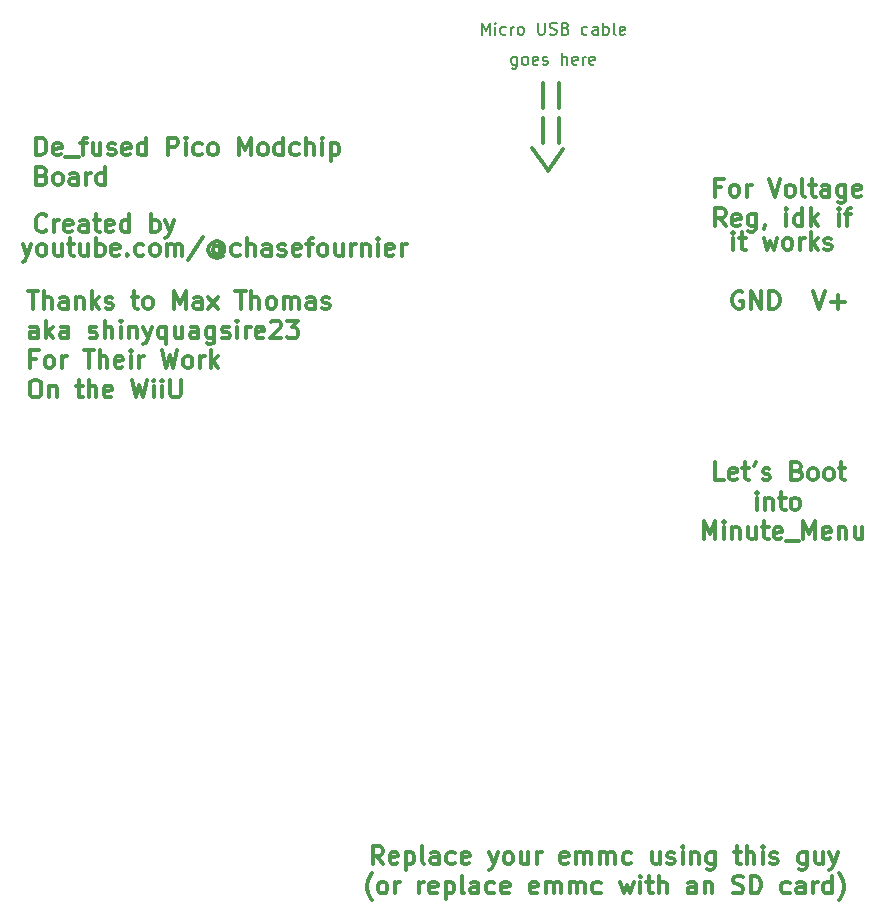
<source format=gbr>
%TF.GenerationSoftware,KiCad,Pcbnew,9.0.1*%
%TF.CreationDate,2025-05-02T16:57:55-04:00*%
%TF.ProjectId,de_fused_pico,64655f66-7573-4656-945f-7069636f2e6b,rev?*%
%TF.SameCoordinates,Original*%
%TF.FileFunction,Paste,Top*%
%TF.FilePolarity,Positive*%
%FSLAX46Y46*%
G04 Gerber Fmt 4.6, Leading zero omitted, Abs format (unit mm)*
G04 Created by KiCad (PCBNEW 9.0.1) date 2025-05-02 16:57:55*
%MOMM*%
%LPD*%
G01*
G04 APERTURE LIST*
%ADD10C,0.300000*%
%ADD11C,0.150000*%
G04 APERTURE END LIST*
D10*
X143054510Y-63657971D02*
X144340225Y-65586542D01*
X145625939Y-63729400D02*
X144340225Y-65657971D01*
X143911653Y-63300828D02*
X143911653Y-61157971D01*
X145340224Y-63300828D02*
X145340224Y-61157971D01*
X143911653Y-60300828D02*
X143911653Y-58157971D01*
X145340224Y-60300828D02*
X145340224Y-58157971D01*
X166840225Y-75800828D02*
X167340225Y-77300828D01*
X167340225Y-77300828D02*
X167840225Y-75800828D01*
X168340224Y-76729400D02*
X169483082Y-76729400D01*
X168911653Y-77300828D02*
X168911653Y-76157971D01*
X101054510Y-81515114D02*
X100554510Y-81515114D01*
X100554510Y-82300828D02*
X100554510Y-80800828D01*
X100554510Y-80800828D02*
X101268796Y-80800828D01*
X102054510Y-82300828D02*
X101911653Y-82229400D01*
X101911653Y-82229400D02*
X101840224Y-82157971D01*
X101840224Y-82157971D02*
X101768796Y-82015114D01*
X101768796Y-82015114D02*
X101768796Y-81586542D01*
X101768796Y-81586542D02*
X101840224Y-81443685D01*
X101840224Y-81443685D02*
X101911653Y-81372257D01*
X101911653Y-81372257D02*
X102054510Y-81300828D01*
X102054510Y-81300828D02*
X102268796Y-81300828D01*
X102268796Y-81300828D02*
X102411653Y-81372257D01*
X102411653Y-81372257D02*
X102483082Y-81443685D01*
X102483082Y-81443685D02*
X102554510Y-81586542D01*
X102554510Y-81586542D02*
X102554510Y-82015114D01*
X102554510Y-82015114D02*
X102483082Y-82157971D01*
X102483082Y-82157971D02*
X102411653Y-82229400D01*
X102411653Y-82229400D02*
X102268796Y-82300828D01*
X102268796Y-82300828D02*
X102054510Y-82300828D01*
X103197367Y-82300828D02*
X103197367Y-81300828D01*
X103197367Y-81586542D02*
X103268796Y-81443685D01*
X103268796Y-81443685D02*
X103340225Y-81372257D01*
X103340225Y-81372257D02*
X103483082Y-81300828D01*
X103483082Y-81300828D02*
X103625939Y-81300828D01*
X105054510Y-80800828D02*
X105911653Y-80800828D01*
X105483081Y-82300828D02*
X105483081Y-80800828D01*
X106411652Y-82300828D02*
X106411652Y-80800828D01*
X107054510Y-82300828D02*
X107054510Y-81515114D01*
X107054510Y-81515114D02*
X106983081Y-81372257D01*
X106983081Y-81372257D02*
X106840224Y-81300828D01*
X106840224Y-81300828D02*
X106625938Y-81300828D01*
X106625938Y-81300828D02*
X106483081Y-81372257D01*
X106483081Y-81372257D02*
X106411652Y-81443685D01*
X108340224Y-82229400D02*
X108197367Y-82300828D01*
X108197367Y-82300828D02*
X107911653Y-82300828D01*
X107911653Y-82300828D02*
X107768795Y-82229400D01*
X107768795Y-82229400D02*
X107697367Y-82086542D01*
X107697367Y-82086542D02*
X107697367Y-81515114D01*
X107697367Y-81515114D02*
X107768795Y-81372257D01*
X107768795Y-81372257D02*
X107911653Y-81300828D01*
X107911653Y-81300828D02*
X108197367Y-81300828D01*
X108197367Y-81300828D02*
X108340224Y-81372257D01*
X108340224Y-81372257D02*
X108411653Y-81515114D01*
X108411653Y-81515114D02*
X108411653Y-81657971D01*
X108411653Y-81657971D02*
X107697367Y-81800828D01*
X109054509Y-82300828D02*
X109054509Y-81300828D01*
X109054509Y-80800828D02*
X108983081Y-80872257D01*
X108983081Y-80872257D02*
X109054509Y-80943685D01*
X109054509Y-80943685D02*
X109125938Y-80872257D01*
X109125938Y-80872257D02*
X109054509Y-80800828D01*
X109054509Y-80800828D02*
X109054509Y-80943685D01*
X109768795Y-82300828D02*
X109768795Y-81300828D01*
X109768795Y-81586542D02*
X109840224Y-81443685D01*
X109840224Y-81443685D02*
X109911653Y-81372257D01*
X109911653Y-81372257D02*
X110054510Y-81300828D01*
X110054510Y-81300828D02*
X110197367Y-81300828D01*
X111697366Y-80800828D02*
X112054509Y-82300828D01*
X112054509Y-82300828D02*
X112340223Y-81229400D01*
X112340223Y-81229400D02*
X112625938Y-82300828D01*
X112625938Y-82300828D02*
X112983081Y-80800828D01*
X113768795Y-82300828D02*
X113625938Y-82229400D01*
X113625938Y-82229400D02*
X113554509Y-82157971D01*
X113554509Y-82157971D02*
X113483081Y-82015114D01*
X113483081Y-82015114D02*
X113483081Y-81586542D01*
X113483081Y-81586542D02*
X113554509Y-81443685D01*
X113554509Y-81443685D02*
X113625938Y-81372257D01*
X113625938Y-81372257D02*
X113768795Y-81300828D01*
X113768795Y-81300828D02*
X113983081Y-81300828D01*
X113983081Y-81300828D02*
X114125938Y-81372257D01*
X114125938Y-81372257D02*
X114197367Y-81443685D01*
X114197367Y-81443685D02*
X114268795Y-81586542D01*
X114268795Y-81586542D02*
X114268795Y-82015114D01*
X114268795Y-82015114D02*
X114197367Y-82157971D01*
X114197367Y-82157971D02*
X114125938Y-82229400D01*
X114125938Y-82229400D02*
X113983081Y-82300828D01*
X113983081Y-82300828D02*
X113768795Y-82300828D01*
X114911652Y-82300828D02*
X114911652Y-81300828D01*
X114911652Y-81586542D02*
X114983081Y-81443685D01*
X114983081Y-81443685D02*
X115054510Y-81372257D01*
X115054510Y-81372257D02*
X115197367Y-81300828D01*
X115197367Y-81300828D02*
X115340224Y-81300828D01*
X115840223Y-82300828D02*
X115840223Y-80800828D01*
X115983081Y-81729400D02*
X116411652Y-82300828D01*
X116411652Y-81300828D02*
X115840223Y-81872257D01*
X101554510Y-66015114D02*
X101768796Y-66086542D01*
X101768796Y-66086542D02*
X101840225Y-66157971D01*
X101840225Y-66157971D02*
X101911653Y-66300828D01*
X101911653Y-66300828D02*
X101911653Y-66515114D01*
X101911653Y-66515114D02*
X101840225Y-66657971D01*
X101840225Y-66657971D02*
X101768796Y-66729400D01*
X101768796Y-66729400D02*
X101625939Y-66800828D01*
X101625939Y-66800828D02*
X101054510Y-66800828D01*
X101054510Y-66800828D02*
X101054510Y-65300828D01*
X101054510Y-65300828D02*
X101554510Y-65300828D01*
X101554510Y-65300828D02*
X101697368Y-65372257D01*
X101697368Y-65372257D02*
X101768796Y-65443685D01*
X101768796Y-65443685D02*
X101840225Y-65586542D01*
X101840225Y-65586542D02*
X101840225Y-65729400D01*
X101840225Y-65729400D02*
X101768796Y-65872257D01*
X101768796Y-65872257D02*
X101697368Y-65943685D01*
X101697368Y-65943685D02*
X101554510Y-66015114D01*
X101554510Y-66015114D02*
X101054510Y-66015114D01*
X102768796Y-66800828D02*
X102625939Y-66729400D01*
X102625939Y-66729400D02*
X102554510Y-66657971D01*
X102554510Y-66657971D02*
X102483082Y-66515114D01*
X102483082Y-66515114D02*
X102483082Y-66086542D01*
X102483082Y-66086542D02*
X102554510Y-65943685D01*
X102554510Y-65943685D02*
X102625939Y-65872257D01*
X102625939Y-65872257D02*
X102768796Y-65800828D01*
X102768796Y-65800828D02*
X102983082Y-65800828D01*
X102983082Y-65800828D02*
X103125939Y-65872257D01*
X103125939Y-65872257D02*
X103197368Y-65943685D01*
X103197368Y-65943685D02*
X103268796Y-66086542D01*
X103268796Y-66086542D02*
X103268796Y-66515114D01*
X103268796Y-66515114D02*
X103197368Y-66657971D01*
X103197368Y-66657971D02*
X103125939Y-66729400D01*
X103125939Y-66729400D02*
X102983082Y-66800828D01*
X102983082Y-66800828D02*
X102768796Y-66800828D01*
X104554511Y-66800828D02*
X104554511Y-66015114D01*
X104554511Y-66015114D02*
X104483082Y-65872257D01*
X104483082Y-65872257D02*
X104340225Y-65800828D01*
X104340225Y-65800828D02*
X104054511Y-65800828D01*
X104054511Y-65800828D02*
X103911653Y-65872257D01*
X104554511Y-66729400D02*
X104411653Y-66800828D01*
X104411653Y-66800828D02*
X104054511Y-66800828D01*
X104054511Y-66800828D02*
X103911653Y-66729400D01*
X103911653Y-66729400D02*
X103840225Y-66586542D01*
X103840225Y-66586542D02*
X103840225Y-66443685D01*
X103840225Y-66443685D02*
X103911653Y-66300828D01*
X103911653Y-66300828D02*
X104054511Y-66229400D01*
X104054511Y-66229400D02*
X104411653Y-66229400D01*
X104411653Y-66229400D02*
X104554511Y-66157971D01*
X105268796Y-66800828D02*
X105268796Y-65800828D01*
X105268796Y-66086542D02*
X105340225Y-65943685D01*
X105340225Y-65943685D02*
X105411654Y-65872257D01*
X105411654Y-65872257D02*
X105554511Y-65800828D01*
X105554511Y-65800828D02*
X105697368Y-65800828D01*
X106840225Y-66800828D02*
X106840225Y-65300828D01*
X106840225Y-66729400D02*
X106697367Y-66800828D01*
X106697367Y-66800828D02*
X106411653Y-66800828D01*
X106411653Y-66800828D02*
X106268796Y-66729400D01*
X106268796Y-66729400D02*
X106197367Y-66657971D01*
X106197367Y-66657971D02*
X106125939Y-66515114D01*
X106125939Y-66515114D02*
X106125939Y-66086542D01*
X106125939Y-66086542D02*
X106197367Y-65943685D01*
X106197367Y-65943685D02*
X106268796Y-65872257D01*
X106268796Y-65872257D02*
X106411653Y-65800828D01*
X106411653Y-65800828D02*
X106697367Y-65800828D01*
X106697367Y-65800828D02*
X106840225Y-65872257D01*
X129483082Y-127372257D02*
X129411653Y-127300828D01*
X129411653Y-127300828D02*
X129268796Y-127086542D01*
X129268796Y-127086542D02*
X129197368Y-126943685D01*
X129197368Y-126943685D02*
X129125939Y-126729400D01*
X129125939Y-126729400D02*
X129054510Y-126372257D01*
X129054510Y-126372257D02*
X129054510Y-126086542D01*
X129054510Y-126086542D02*
X129125939Y-125729400D01*
X129125939Y-125729400D02*
X129197368Y-125515114D01*
X129197368Y-125515114D02*
X129268796Y-125372257D01*
X129268796Y-125372257D02*
X129411653Y-125157971D01*
X129411653Y-125157971D02*
X129483082Y-125086542D01*
X130268796Y-126800828D02*
X130125939Y-126729400D01*
X130125939Y-126729400D02*
X130054510Y-126657971D01*
X130054510Y-126657971D02*
X129983082Y-126515114D01*
X129983082Y-126515114D02*
X129983082Y-126086542D01*
X129983082Y-126086542D02*
X130054510Y-125943685D01*
X130054510Y-125943685D02*
X130125939Y-125872257D01*
X130125939Y-125872257D02*
X130268796Y-125800828D01*
X130268796Y-125800828D02*
X130483082Y-125800828D01*
X130483082Y-125800828D02*
X130625939Y-125872257D01*
X130625939Y-125872257D02*
X130697368Y-125943685D01*
X130697368Y-125943685D02*
X130768796Y-126086542D01*
X130768796Y-126086542D02*
X130768796Y-126515114D01*
X130768796Y-126515114D02*
X130697368Y-126657971D01*
X130697368Y-126657971D02*
X130625939Y-126729400D01*
X130625939Y-126729400D02*
X130483082Y-126800828D01*
X130483082Y-126800828D02*
X130268796Y-126800828D01*
X131411653Y-126800828D02*
X131411653Y-125800828D01*
X131411653Y-126086542D02*
X131483082Y-125943685D01*
X131483082Y-125943685D02*
X131554511Y-125872257D01*
X131554511Y-125872257D02*
X131697368Y-125800828D01*
X131697368Y-125800828D02*
X131840225Y-125800828D01*
X133483081Y-126800828D02*
X133483081Y-125800828D01*
X133483081Y-126086542D02*
X133554510Y-125943685D01*
X133554510Y-125943685D02*
X133625939Y-125872257D01*
X133625939Y-125872257D02*
X133768796Y-125800828D01*
X133768796Y-125800828D02*
X133911653Y-125800828D01*
X134983081Y-126729400D02*
X134840224Y-126800828D01*
X134840224Y-126800828D02*
X134554510Y-126800828D01*
X134554510Y-126800828D02*
X134411652Y-126729400D01*
X134411652Y-126729400D02*
X134340224Y-126586542D01*
X134340224Y-126586542D02*
X134340224Y-126015114D01*
X134340224Y-126015114D02*
X134411652Y-125872257D01*
X134411652Y-125872257D02*
X134554510Y-125800828D01*
X134554510Y-125800828D02*
X134840224Y-125800828D01*
X134840224Y-125800828D02*
X134983081Y-125872257D01*
X134983081Y-125872257D02*
X135054510Y-126015114D01*
X135054510Y-126015114D02*
X135054510Y-126157971D01*
X135054510Y-126157971D02*
X134340224Y-126300828D01*
X135697366Y-125800828D02*
X135697366Y-127300828D01*
X135697366Y-125872257D02*
X135840224Y-125800828D01*
X135840224Y-125800828D02*
X136125938Y-125800828D01*
X136125938Y-125800828D02*
X136268795Y-125872257D01*
X136268795Y-125872257D02*
X136340224Y-125943685D01*
X136340224Y-125943685D02*
X136411652Y-126086542D01*
X136411652Y-126086542D02*
X136411652Y-126515114D01*
X136411652Y-126515114D02*
X136340224Y-126657971D01*
X136340224Y-126657971D02*
X136268795Y-126729400D01*
X136268795Y-126729400D02*
X136125938Y-126800828D01*
X136125938Y-126800828D02*
X135840224Y-126800828D01*
X135840224Y-126800828D02*
X135697366Y-126729400D01*
X137268795Y-126800828D02*
X137125938Y-126729400D01*
X137125938Y-126729400D02*
X137054509Y-126586542D01*
X137054509Y-126586542D02*
X137054509Y-125300828D01*
X138483081Y-126800828D02*
X138483081Y-126015114D01*
X138483081Y-126015114D02*
X138411652Y-125872257D01*
X138411652Y-125872257D02*
X138268795Y-125800828D01*
X138268795Y-125800828D02*
X137983081Y-125800828D01*
X137983081Y-125800828D02*
X137840223Y-125872257D01*
X138483081Y-126729400D02*
X138340223Y-126800828D01*
X138340223Y-126800828D02*
X137983081Y-126800828D01*
X137983081Y-126800828D02*
X137840223Y-126729400D01*
X137840223Y-126729400D02*
X137768795Y-126586542D01*
X137768795Y-126586542D02*
X137768795Y-126443685D01*
X137768795Y-126443685D02*
X137840223Y-126300828D01*
X137840223Y-126300828D02*
X137983081Y-126229400D01*
X137983081Y-126229400D02*
X138340223Y-126229400D01*
X138340223Y-126229400D02*
X138483081Y-126157971D01*
X139840224Y-126729400D02*
X139697366Y-126800828D01*
X139697366Y-126800828D02*
X139411652Y-126800828D01*
X139411652Y-126800828D02*
X139268795Y-126729400D01*
X139268795Y-126729400D02*
X139197366Y-126657971D01*
X139197366Y-126657971D02*
X139125938Y-126515114D01*
X139125938Y-126515114D02*
X139125938Y-126086542D01*
X139125938Y-126086542D02*
X139197366Y-125943685D01*
X139197366Y-125943685D02*
X139268795Y-125872257D01*
X139268795Y-125872257D02*
X139411652Y-125800828D01*
X139411652Y-125800828D02*
X139697366Y-125800828D01*
X139697366Y-125800828D02*
X139840224Y-125872257D01*
X141054509Y-126729400D02*
X140911652Y-126800828D01*
X140911652Y-126800828D02*
X140625938Y-126800828D01*
X140625938Y-126800828D02*
X140483080Y-126729400D01*
X140483080Y-126729400D02*
X140411652Y-126586542D01*
X140411652Y-126586542D02*
X140411652Y-126015114D01*
X140411652Y-126015114D02*
X140483080Y-125872257D01*
X140483080Y-125872257D02*
X140625938Y-125800828D01*
X140625938Y-125800828D02*
X140911652Y-125800828D01*
X140911652Y-125800828D02*
X141054509Y-125872257D01*
X141054509Y-125872257D02*
X141125938Y-126015114D01*
X141125938Y-126015114D02*
X141125938Y-126157971D01*
X141125938Y-126157971D02*
X140411652Y-126300828D01*
X143483080Y-126729400D02*
X143340223Y-126800828D01*
X143340223Y-126800828D02*
X143054509Y-126800828D01*
X143054509Y-126800828D02*
X142911651Y-126729400D01*
X142911651Y-126729400D02*
X142840223Y-126586542D01*
X142840223Y-126586542D02*
X142840223Y-126015114D01*
X142840223Y-126015114D02*
X142911651Y-125872257D01*
X142911651Y-125872257D02*
X143054509Y-125800828D01*
X143054509Y-125800828D02*
X143340223Y-125800828D01*
X143340223Y-125800828D02*
X143483080Y-125872257D01*
X143483080Y-125872257D02*
X143554509Y-126015114D01*
X143554509Y-126015114D02*
X143554509Y-126157971D01*
X143554509Y-126157971D02*
X142840223Y-126300828D01*
X144197365Y-126800828D02*
X144197365Y-125800828D01*
X144197365Y-125943685D02*
X144268794Y-125872257D01*
X144268794Y-125872257D02*
X144411651Y-125800828D01*
X144411651Y-125800828D02*
X144625937Y-125800828D01*
X144625937Y-125800828D02*
X144768794Y-125872257D01*
X144768794Y-125872257D02*
X144840223Y-126015114D01*
X144840223Y-126015114D02*
X144840223Y-126800828D01*
X144840223Y-126015114D02*
X144911651Y-125872257D01*
X144911651Y-125872257D02*
X145054508Y-125800828D01*
X145054508Y-125800828D02*
X145268794Y-125800828D01*
X145268794Y-125800828D02*
X145411651Y-125872257D01*
X145411651Y-125872257D02*
X145483080Y-126015114D01*
X145483080Y-126015114D02*
X145483080Y-126800828D01*
X146197365Y-126800828D02*
X146197365Y-125800828D01*
X146197365Y-125943685D02*
X146268794Y-125872257D01*
X146268794Y-125872257D02*
X146411651Y-125800828D01*
X146411651Y-125800828D02*
X146625937Y-125800828D01*
X146625937Y-125800828D02*
X146768794Y-125872257D01*
X146768794Y-125872257D02*
X146840223Y-126015114D01*
X146840223Y-126015114D02*
X146840223Y-126800828D01*
X146840223Y-126015114D02*
X146911651Y-125872257D01*
X146911651Y-125872257D02*
X147054508Y-125800828D01*
X147054508Y-125800828D02*
X147268794Y-125800828D01*
X147268794Y-125800828D02*
X147411651Y-125872257D01*
X147411651Y-125872257D02*
X147483080Y-126015114D01*
X147483080Y-126015114D02*
X147483080Y-126800828D01*
X148840223Y-126729400D02*
X148697365Y-126800828D01*
X148697365Y-126800828D02*
X148411651Y-126800828D01*
X148411651Y-126800828D02*
X148268794Y-126729400D01*
X148268794Y-126729400D02*
X148197365Y-126657971D01*
X148197365Y-126657971D02*
X148125937Y-126515114D01*
X148125937Y-126515114D02*
X148125937Y-126086542D01*
X148125937Y-126086542D02*
X148197365Y-125943685D01*
X148197365Y-125943685D02*
X148268794Y-125872257D01*
X148268794Y-125872257D02*
X148411651Y-125800828D01*
X148411651Y-125800828D02*
X148697365Y-125800828D01*
X148697365Y-125800828D02*
X148840223Y-125872257D01*
X150483079Y-125800828D02*
X150768794Y-126800828D01*
X150768794Y-126800828D02*
X151054508Y-126086542D01*
X151054508Y-126086542D02*
X151340222Y-126800828D01*
X151340222Y-126800828D02*
X151625936Y-125800828D01*
X152197365Y-126800828D02*
X152197365Y-125800828D01*
X152197365Y-125300828D02*
X152125937Y-125372257D01*
X152125937Y-125372257D02*
X152197365Y-125443685D01*
X152197365Y-125443685D02*
X152268794Y-125372257D01*
X152268794Y-125372257D02*
X152197365Y-125300828D01*
X152197365Y-125300828D02*
X152197365Y-125443685D01*
X152697366Y-125800828D02*
X153268794Y-125800828D01*
X152911651Y-125300828D02*
X152911651Y-126586542D01*
X152911651Y-126586542D02*
X152983080Y-126729400D01*
X152983080Y-126729400D02*
X153125937Y-126800828D01*
X153125937Y-126800828D02*
X153268794Y-126800828D01*
X153768794Y-126800828D02*
X153768794Y-125300828D01*
X154411652Y-126800828D02*
X154411652Y-126015114D01*
X154411652Y-126015114D02*
X154340223Y-125872257D01*
X154340223Y-125872257D02*
X154197366Y-125800828D01*
X154197366Y-125800828D02*
X153983080Y-125800828D01*
X153983080Y-125800828D02*
X153840223Y-125872257D01*
X153840223Y-125872257D02*
X153768794Y-125943685D01*
X156911652Y-126800828D02*
X156911652Y-126015114D01*
X156911652Y-126015114D02*
X156840223Y-125872257D01*
X156840223Y-125872257D02*
X156697366Y-125800828D01*
X156697366Y-125800828D02*
X156411652Y-125800828D01*
X156411652Y-125800828D02*
X156268794Y-125872257D01*
X156911652Y-126729400D02*
X156768794Y-126800828D01*
X156768794Y-126800828D02*
X156411652Y-126800828D01*
X156411652Y-126800828D02*
X156268794Y-126729400D01*
X156268794Y-126729400D02*
X156197366Y-126586542D01*
X156197366Y-126586542D02*
X156197366Y-126443685D01*
X156197366Y-126443685D02*
X156268794Y-126300828D01*
X156268794Y-126300828D02*
X156411652Y-126229400D01*
X156411652Y-126229400D02*
X156768794Y-126229400D01*
X156768794Y-126229400D02*
X156911652Y-126157971D01*
X157625937Y-125800828D02*
X157625937Y-126800828D01*
X157625937Y-125943685D02*
X157697366Y-125872257D01*
X157697366Y-125872257D02*
X157840223Y-125800828D01*
X157840223Y-125800828D02*
X158054509Y-125800828D01*
X158054509Y-125800828D02*
X158197366Y-125872257D01*
X158197366Y-125872257D02*
X158268795Y-126015114D01*
X158268795Y-126015114D02*
X158268795Y-126800828D01*
X160054509Y-126729400D02*
X160268795Y-126800828D01*
X160268795Y-126800828D02*
X160625937Y-126800828D01*
X160625937Y-126800828D02*
X160768795Y-126729400D01*
X160768795Y-126729400D02*
X160840223Y-126657971D01*
X160840223Y-126657971D02*
X160911652Y-126515114D01*
X160911652Y-126515114D02*
X160911652Y-126372257D01*
X160911652Y-126372257D02*
X160840223Y-126229400D01*
X160840223Y-126229400D02*
X160768795Y-126157971D01*
X160768795Y-126157971D02*
X160625937Y-126086542D01*
X160625937Y-126086542D02*
X160340223Y-126015114D01*
X160340223Y-126015114D02*
X160197366Y-125943685D01*
X160197366Y-125943685D02*
X160125937Y-125872257D01*
X160125937Y-125872257D02*
X160054509Y-125729400D01*
X160054509Y-125729400D02*
X160054509Y-125586542D01*
X160054509Y-125586542D02*
X160125937Y-125443685D01*
X160125937Y-125443685D02*
X160197366Y-125372257D01*
X160197366Y-125372257D02*
X160340223Y-125300828D01*
X160340223Y-125300828D02*
X160697366Y-125300828D01*
X160697366Y-125300828D02*
X160911652Y-125372257D01*
X161554508Y-126800828D02*
X161554508Y-125300828D01*
X161554508Y-125300828D02*
X161911651Y-125300828D01*
X161911651Y-125300828D02*
X162125937Y-125372257D01*
X162125937Y-125372257D02*
X162268794Y-125515114D01*
X162268794Y-125515114D02*
X162340223Y-125657971D01*
X162340223Y-125657971D02*
X162411651Y-125943685D01*
X162411651Y-125943685D02*
X162411651Y-126157971D01*
X162411651Y-126157971D02*
X162340223Y-126443685D01*
X162340223Y-126443685D02*
X162268794Y-126586542D01*
X162268794Y-126586542D02*
X162125937Y-126729400D01*
X162125937Y-126729400D02*
X161911651Y-126800828D01*
X161911651Y-126800828D02*
X161554508Y-126800828D01*
X164840223Y-126729400D02*
X164697365Y-126800828D01*
X164697365Y-126800828D02*
X164411651Y-126800828D01*
X164411651Y-126800828D02*
X164268794Y-126729400D01*
X164268794Y-126729400D02*
X164197365Y-126657971D01*
X164197365Y-126657971D02*
X164125937Y-126515114D01*
X164125937Y-126515114D02*
X164125937Y-126086542D01*
X164125937Y-126086542D02*
X164197365Y-125943685D01*
X164197365Y-125943685D02*
X164268794Y-125872257D01*
X164268794Y-125872257D02*
X164411651Y-125800828D01*
X164411651Y-125800828D02*
X164697365Y-125800828D01*
X164697365Y-125800828D02*
X164840223Y-125872257D01*
X166125937Y-126800828D02*
X166125937Y-126015114D01*
X166125937Y-126015114D02*
X166054508Y-125872257D01*
X166054508Y-125872257D02*
X165911651Y-125800828D01*
X165911651Y-125800828D02*
X165625937Y-125800828D01*
X165625937Y-125800828D02*
X165483079Y-125872257D01*
X166125937Y-126729400D02*
X165983079Y-126800828D01*
X165983079Y-126800828D02*
X165625937Y-126800828D01*
X165625937Y-126800828D02*
X165483079Y-126729400D01*
X165483079Y-126729400D02*
X165411651Y-126586542D01*
X165411651Y-126586542D02*
X165411651Y-126443685D01*
X165411651Y-126443685D02*
X165483079Y-126300828D01*
X165483079Y-126300828D02*
X165625937Y-126229400D01*
X165625937Y-126229400D02*
X165983079Y-126229400D01*
X165983079Y-126229400D02*
X166125937Y-126157971D01*
X166840222Y-126800828D02*
X166840222Y-125800828D01*
X166840222Y-126086542D02*
X166911651Y-125943685D01*
X166911651Y-125943685D02*
X166983080Y-125872257D01*
X166983080Y-125872257D02*
X167125937Y-125800828D01*
X167125937Y-125800828D02*
X167268794Y-125800828D01*
X168411651Y-126800828D02*
X168411651Y-125300828D01*
X168411651Y-126729400D02*
X168268793Y-126800828D01*
X168268793Y-126800828D02*
X167983079Y-126800828D01*
X167983079Y-126800828D02*
X167840222Y-126729400D01*
X167840222Y-126729400D02*
X167768793Y-126657971D01*
X167768793Y-126657971D02*
X167697365Y-126515114D01*
X167697365Y-126515114D02*
X167697365Y-126086542D01*
X167697365Y-126086542D02*
X167768793Y-125943685D01*
X167768793Y-125943685D02*
X167840222Y-125872257D01*
X167840222Y-125872257D02*
X167983079Y-125800828D01*
X167983079Y-125800828D02*
X168268793Y-125800828D01*
X168268793Y-125800828D02*
X168411651Y-125872257D01*
X168983079Y-127372257D02*
X169054508Y-127300828D01*
X169054508Y-127300828D02*
X169197365Y-127086542D01*
X169197365Y-127086542D02*
X169268794Y-126943685D01*
X169268794Y-126943685D02*
X169340222Y-126729400D01*
X169340222Y-126729400D02*
X169411651Y-126372257D01*
X169411651Y-126372257D02*
X169411651Y-126086542D01*
X169411651Y-126086542D02*
X169340222Y-125729400D01*
X169340222Y-125729400D02*
X169268794Y-125515114D01*
X169268794Y-125515114D02*
X169197365Y-125372257D01*
X169197365Y-125372257D02*
X169054508Y-125157971D01*
X169054508Y-125157971D02*
X168983079Y-125086542D01*
X160054510Y-72300828D02*
X160054510Y-71300828D01*
X160054510Y-70800828D02*
X159983082Y-70872257D01*
X159983082Y-70872257D02*
X160054510Y-70943685D01*
X160054510Y-70943685D02*
X160125939Y-70872257D01*
X160125939Y-70872257D02*
X160054510Y-70800828D01*
X160054510Y-70800828D02*
X160054510Y-70943685D01*
X160554511Y-71300828D02*
X161125939Y-71300828D01*
X160768796Y-70800828D02*
X160768796Y-72086542D01*
X160768796Y-72086542D02*
X160840225Y-72229400D01*
X160840225Y-72229400D02*
X160983082Y-72300828D01*
X160983082Y-72300828D02*
X161125939Y-72300828D01*
X162625939Y-71300828D02*
X162911654Y-72300828D01*
X162911654Y-72300828D02*
X163197368Y-71586542D01*
X163197368Y-71586542D02*
X163483082Y-72300828D01*
X163483082Y-72300828D02*
X163768796Y-71300828D01*
X164554511Y-72300828D02*
X164411654Y-72229400D01*
X164411654Y-72229400D02*
X164340225Y-72157971D01*
X164340225Y-72157971D02*
X164268797Y-72015114D01*
X164268797Y-72015114D02*
X164268797Y-71586542D01*
X164268797Y-71586542D02*
X164340225Y-71443685D01*
X164340225Y-71443685D02*
X164411654Y-71372257D01*
X164411654Y-71372257D02*
X164554511Y-71300828D01*
X164554511Y-71300828D02*
X164768797Y-71300828D01*
X164768797Y-71300828D02*
X164911654Y-71372257D01*
X164911654Y-71372257D02*
X164983083Y-71443685D01*
X164983083Y-71443685D02*
X165054511Y-71586542D01*
X165054511Y-71586542D02*
X165054511Y-72015114D01*
X165054511Y-72015114D02*
X164983083Y-72157971D01*
X164983083Y-72157971D02*
X164911654Y-72229400D01*
X164911654Y-72229400D02*
X164768797Y-72300828D01*
X164768797Y-72300828D02*
X164554511Y-72300828D01*
X165697368Y-72300828D02*
X165697368Y-71300828D01*
X165697368Y-71586542D02*
X165768797Y-71443685D01*
X165768797Y-71443685D02*
X165840226Y-71372257D01*
X165840226Y-71372257D02*
X165983083Y-71300828D01*
X165983083Y-71300828D02*
X166125940Y-71300828D01*
X166625939Y-72300828D02*
X166625939Y-70800828D01*
X166768797Y-71729400D02*
X167197368Y-72300828D01*
X167197368Y-71300828D02*
X166625939Y-71872257D01*
X167768797Y-72229400D02*
X167911654Y-72300828D01*
X167911654Y-72300828D02*
X168197368Y-72300828D01*
X168197368Y-72300828D02*
X168340225Y-72229400D01*
X168340225Y-72229400D02*
X168411654Y-72086542D01*
X168411654Y-72086542D02*
X168411654Y-72015114D01*
X168411654Y-72015114D02*
X168340225Y-71872257D01*
X168340225Y-71872257D02*
X168197368Y-71800828D01*
X168197368Y-71800828D02*
X167983083Y-71800828D01*
X167983083Y-71800828D02*
X167840225Y-71729400D01*
X167840225Y-71729400D02*
X167768797Y-71586542D01*
X167768797Y-71586542D02*
X167768797Y-71515114D01*
X167768797Y-71515114D02*
X167840225Y-71372257D01*
X167840225Y-71372257D02*
X167983083Y-71300828D01*
X167983083Y-71300828D02*
X168197368Y-71300828D01*
X168197368Y-71300828D02*
X168340225Y-71372257D01*
X101054510Y-64300828D02*
X101054510Y-62800828D01*
X101054510Y-62800828D02*
X101411653Y-62800828D01*
X101411653Y-62800828D02*
X101625939Y-62872257D01*
X101625939Y-62872257D02*
X101768796Y-63015114D01*
X101768796Y-63015114D02*
X101840225Y-63157971D01*
X101840225Y-63157971D02*
X101911653Y-63443685D01*
X101911653Y-63443685D02*
X101911653Y-63657971D01*
X101911653Y-63657971D02*
X101840225Y-63943685D01*
X101840225Y-63943685D02*
X101768796Y-64086542D01*
X101768796Y-64086542D02*
X101625939Y-64229400D01*
X101625939Y-64229400D02*
X101411653Y-64300828D01*
X101411653Y-64300828D02*
X101054510Y-64300828D01*
X103125939Y-64229400D02*
X102983082Y-64300828D01*
X102983082Y-64300828D02*
X102697368Y-64300828D01*
X102697368Y-64300828D02*
X102554510Y-64229400D01*
X102554510Y-64229400D02*
X102483082Y-64086542D01*
X102483082Y-64086542D02*
X102483082Y-63515114D01*
X102483082Y-63515114D02*
X102554510Y-63372257D01*
X102554510Y-63372257D02*
X102697368Y-63300828D01*
X102697368Y-63300828D02*
X102983082Y-63300828D01*
X102983082Y-63300828D02*
X103125939Y-63372257D01*
X103125939Y-63372257D02*
X103197368Y-63515114D01*
X103197368Y-63515114D02*
X103197368Y-63657971D01*
X103197368Y-63657971D02*
X102483082Y-63800828D01*
X103483082Y-64443685D02*
X104625939Y-64443685D01*
X104768796Y-63300828D02*
X105340224Y-63300828D01*
X104983081Y-64300828D02*
X104983081Y-63015114D01*
X104983081Y-63015114D02*
X105054510Y-62872257D01*
X105054510Y-62872257D02*
X105197367Y-62800828D01*
X105197367Y-62800828D02*
X105340224Y-62800828D01*
X106483082Y-63300828D02*
X106483082Y-64300828D01*
X105840224Y-63300828D02*
X105840224Y-64086542D01*
X105840224Y-64086542D02*
X105911653Y-64229400D01*
X105911653Y-64229400D02*
X106054510Y-64300828D01*
X106054510Y-64300828D02*
X106268796Y-64300828D01*
X106268796Y-64300828D02*
X106411653Y-64229400D01*
X106411653Y-64229400D02*
X106483082Y-64157971D01*
X107125939Y-64229400D02*
X107268796Y-64300828D01*
X107268796Y-64300828D02*
X107554510Y-64300828D01*
X107554510Y-64300828D02*
X107697367Y-64229400D01*
X107697367Y-64229400D02*
X107768796Y-64086542D01*
X107768796Y-64086542D02*
X107768796Y-64015114D01*
X107768796Y-64015114D02*
X107697367Y-63872257D01*
X107697367Y-63872257D02*
X107554510Y-63800828D01*
X107554510Y-63800828D02*
X107340225Y-63800828D01*
X107340225Y-63800828D02*
X107197367Y-63729400D01*
X107197367Y-63729400D02*
X107125939Y-63586542D01*
X107125939Y-63586542D02*
X107125939Y-63515114D01*
X107125939Y-63515114D02*
X107197367Y-63372257D01*
X107197367Y-63372257D02*
X107340225Y-63300828D01*
X107340225Y-63300828D02*
X107554510Y-63300828D01*
X107554510Y-63300828D02*
X107697367Y-63372257D01*
X108983082Y-64229400D02*
X108840225Y-64300828D01*
X108840225Y-64300828D02*
X108554511Y-64300828D01*
X108554511Y-64300828D02*
X108411653Y-64229400D01*
X108411653Y-64229400D02*
X108340225Y-64086542D01*
X108340225Y-64086542D02*
X108340225Y-63515114D01*
X108340225Y-63515114D02*
X108411653Y-63372257D01*
X108411653Y-63372257D02*
X108554511Y-63300828D01*
X108554511Y-63300828D02*
X108840225Y-63300828D01*
X108840225Y-63300828D02*
X108983082Y-63372257D01*
X108983082Y-63372257D02*
X109054511Y-63515114D01*
X109054511Y-63515114D02*
X109054511Y-63657971D01*
X109054511Y-63657971D02*
X108340225Y-63800828D01*
X110340225Y-64300828D02*
X110340225Y-62800828D01*
X110340225Y-64229400D02*
X110197367Y-64300828D01*
X110197367Y-64300828D02*
X109911653Y-64300828D01*
X109911653Y-64300828D02*
X109768796Y-64229400D01*
X109768796Y-64229400D02*
X109697367Y-64157971D01*
X109697367Y-64157971D02*
X109625939Y-64015114D01*
X109625939Y-64015114D02*
X109625939Y-63586542D01*
X109625939Y-63586542D02*
X109697367Y-63443685D01*
X109697367Y-63443685D02*
X109768796Y-63372257D01*
X109768796Y-63372257D02*
X109911653Y-63300828D01*
X109911653Y-63300828D02*
X110197367Y-63300828D01*
X110197367Y-63300828D02*
X110340225Y-63372257D01*
X112197367Y-64300828D02*
X112197367Y-62800828D01*
X112197367Y-62800828D02*
X112768796Y-62800828D01*
X112768796Y-62800828D02*
X112911653Y-62872257D01*
X112911653Y-62872257D02*
X112983082Y-62943685D01*
X112983082Y-62943685D02*
X113054510Y-63086542D01*
X113054510Y-63086542D02*
X113054510Y-63300828D01*
X113054510Y-63300828D02*
X112983082Y-63443685D01*
X112983082Y-63443685D02*
X112911653Y-63515114D01*
X112911653Y-63515114D02*
X112768796Y-63586542D01*
X112768796Y-63586542D02*
X112197367Y-63586542D01*
X113697367Y-64300828D02*
X113697367Y-63300828D01*
X113697367Y-62800828D02*
X113625939Y-62872257D01*
X113625939Y-62872257D02*
X113697367Y-62943685D01*
X113697367Y-62943685D02*
X113768796Y-62872257D01*
X113768796Y-62872257D02*
X113697367Y-62800828D01*
X113697367Y-62800828D02*
X113697367Y-62943685D01*
X115054511Y-64229400D02*
X114911653Y-64300828D01*
X114911653Y-64300828D02*
X114625939Y-64300828D01*
X114625939Y-64300828D02*
X114483082Y-64229400D01*
X114483082Y-64229400D02*
X114411653Y-64157971D01*
X114411653Y-64157971D02*
X114340225Y-64015114D01*
X114340225Y-64015114D02*
X114340225Y-63586542D01*
X114340225Y-63586542D02*
X114411653Y-63443685D01*
X114411653Y-63443685D02*
X114483082Y-63372257D01*
X114483082Y-63372257D02*
X114625939Y-63300828D01*
X114625939Y-63300828D02*
X114911653Y-63300828D01*
X114911653Y-63300828D02*
X115054511Y-63372257D01*
X115911653Y-64300828D02*
X115768796Y-64229400D01*
X115768796Y-64229400D02*
X115697367Y-64157971D01*
X115697367Y-64157971D02*
X115625939Y-64015114D01*
X115625939Y-64015114D02*
X115625939Y-63586542D01*
X115625939Y-63586542D02*
X115697367Y-63443685D01*
X115697367Y-63443685D02*
X115768796Y-63372257D01*
X115768796Y-63372257D02*
X115911653Y-63300828D01*
X115911653Y-63300828D02*
X116125939Y-63300828D01*
X116125939Y-63300828D02*
X116268796Y-63372257D01*
X116268796Y-63372257D02*
X116340225Y-63443685D01*
X116340225Y-63443685D02*
X116411653Y-63586542D01*
X116411653Y-63586542D02*
X116411653Y-64015114D01*
X116411653Y-64015114D02*
X116340225Y-64157971D01*
X116340225Y-64157971D02*
X116268796Y-64229400D01*
X116268796Y-64229400D02*
X116125939Y-64300828D01*
X116125939Y-64300828D02*
X115911653Y-64300828D01*
X118197367Y-64300828D02*
X118197367Y-62800828D01*
X118197367Y-62800828D02*
X118697367Y-63872257D01*
X118697367Y-63872257D02*
X119197367Y-62800828D01*
X119197367Y-62800828D02*
X119197367Y-64300828D01*
X120125939Y-64300828D02*
X119983082Y-64229400D01*
X119983082Y-64229400D02*
X119911653Y-64157971D01*
X119911653Y-64157971D02*
X119840225Y-64015114D01*
X119840225Y-64015114D02*
X119840225Y-63586542D01*
X119840225Y-63586542D02*
X119911653Y-63443685D01*
X119911653Y-63443685D02*
X119983082Y-63372257D01*
X119983082Y-63372257D02*
X120125939Y-63300828D01*
X120125939Y-63300828D02*
X120340225Y-63300828D01*
X120340225Y-63300828D02*
X120483082Y-63372257D01*
X120483082Y-63372257D02*
X120554511Y-63443685D01*
X120554511Y-63443685D02*
X120625939Y-63586542D01*
X120625939Y-63586542D02*
X120625939Y-64015114D01*
X120625939Y-64015114D02*
X120554511Y-64157971D01*
X120554511Y-64157971D02*
X120483082Y-64229400D01*
X120483082Y-64229400D02*
X120340225Y-64300828D01*
X120340225Y-64300828D02*
X120125939Y-64300828D01*
X121911654Y-64300828D02*
X121911654Y-62800828D01*
X121911654Y-64229400D02*
X121768796Y-64300828D01*
X121768796Y-64300828D02*
X121483082Y-64300828D01*
X121483082Y-64300828D02*
X121340225Y-64229400D01*
X121340225Y-64229400D02*
X121268796Y-64157971D01*
X121268796Y-64157971D02*
X121197368Y-64015114D01*
X121197368Y-64015114D02*
X121197368Y-63586542D01*
X121197368Y-63586542D02*
X121268796Y-63443685D01*
X121268796Y-63443685D02*
X121340225Y-63372257D01*
X121340225Y-63372257D02*
X121483082Y-63300828D01*
X121483082Y-63300828D02*
X121768796Y-63300828D01*
X121768796Y-63300828D02*
X121911654Y-63372257D01*
X123268797Y-64229400D02*
X123125939Y-64300828D01*
X123125939Y-64300828D02*
X122840225Y-64300828D01*
X122840225Y-64300828D02*
X122697368Y-64229400D01*
X122697368Y-64229400D02*
X122625939Y-64157971D01*
X122625939Y-64157971D02*
X122554511Y-64015114D01*
X122554511Y-64015114D02*
X122554511Y-63586542D01*
X122554511Y-63586542D02*
X122625939Y-63443685D01*
X122625939Y-63443685D02*
X122697368Y-63372257D01*
X122697368Y-63372257D02*
X122840225Y-63300828D01*
X122840225Y-63300828D02*
X123125939Y-63300828D01*
X123125939Y-63300828D02*
X123268797Y-63372257D01*
X123911653Y-64300828D02*
X123911653Y-62800828D01*
X124554511Y-64300828D02*
X124554511Y-63515114D01*
X124554511Y-63515114D02*
X124483082Y-63372257D01*
X124483082Y-63372257D02*
X124340225Y-63300828D01*
X124340225Y-63300828D02*
X124125939Y-63300828D01*
X124125939Y-63300828D02*
X123983082Y-63372257D01*
X123983082Y-63372257D02*
X123911653Y-63443685D01*
X125268796Y-64300828D02*
X125268796Y-63300828D01*
X125268796Y-62800828D02*
X125197368Y-62872257D01*
X125197368Y-62872257D02*
X125268796Y-62943685D01*
X125268796Y-62943685D02*
X125340225Y-62872257D01*
X125340225Y-62872257D02*
X125268796Y-62800828D01*
X125268796Y-62800828D02*
X125268796Y-62943685D01*
X125983082Y-63300828D02*
X125983082Y-64800828D01*
X125983082Y-63372257D02*
X126125940Y-63300828D01*
X126125940Y-63300828D02*
X126411654Y-63300828D01*
X126411654Y-63300828D02*
X126554511Y-63372257D01*
X126554511Y-63372257D02*
X126625940Y-63443685D01*
X126625940Y-63443685D02*
X126697368Y-63586542D01*
X126697368Y-63586542D02*
X126697368Y-64015114D01*
X126697368Y-64015114D02*
X126625940Y-64157971D01*
X126625940Y-64157971D02*
X126554511Y-64229400D01*
X126554511Y-64229400D02*
X126411654Y-64300828D01*
X126411654Y-64300828D02*
X126125940Y-64300828D01*
X126125940Y-64300828D02*
X125983082Y-64229400D01*
X101911653Y-70657971D02*
X101840225Y-70729400D01*
X101840225Y-70729400D02*
X101625939Y-70800828D01*
X101625939Y-70800828D02*
X101483082Y-70800828D01*
X101483082Y-70800828D02*
X101268796Y-70729400D01*
X101268796Y-70729400D02*
X101125939Y-70586542D01*
X101125939Y-70586542D02*
X101054510Y-70443685D01*
X101054510Y-70443685D02*
X100983082Y-70157971D01*
X100983082Y-70157971D02*
X100983082Y-69943685D01*
X100983082Y-69943685D02*
X101054510Y-69657971D01*
X101054510Y-69657971D02*
X101125939Y-69515114D01*
X101125939Y-69515114D02*
X101268796Y-69372257D01*
X101268796Y-69372257D02*
X101483082Y-69300828D01*
X101483082Y-69300828D02*
X101625939Y-69300828D01*
X101625939Y-69300828D02*
X101840225Y-69372257D01*
X101840225Y-69372257D02*
X101911653Y-69443685D01*
X102554510Y-70800828D02*
X102554510Y-69800828D01*
X102554510Y-70086542D02*
X102625939Y-69943685D01*
X102625939Y-69943685D02*
X102697368Y-69872257D01*
X102697368Y-69872257D02*
X102840225Y-69800828D01*
X102840225Y-69800828D02*
X102983082Y-69800828D01*
X104054510Y-70729400D02*
X103911653Y-70800828D01*
X103911653Y-70800828D02*
X103625939Y-70800828D01*
X103625939Y-70800828D02*
X103483081Y-70729400D01*
X103483081Y-70729400D02*
X103411653Y-70586542D01*
X103411653Y-70586542D02*
X103411653Y-70015114D01*
X103411653Y-70015114D02*
X103483081Y-69872257D01*
X103483081Y-69872257D02*
X103625939Y-69800828D01*
X103625939Y-69800828D02*
X103911653Y-69800828D01*
X103911653Y-69800828D02*
X104054510Y-69872257D01*
X104054510Y-69872257D02*
X104125939Y-70015114D01*
X104125939Y-70015114D02*
X104125939Y-70157971D01*
X104125939Y-70157971D02*
X103411653Y-70300828D01*
X105411653Y-70800828D02*
X105411653Y-70015114D01*
X105411653Y-70015114D02*
X105340224Y-69872257D01*
X105340224Y-69872257D02*
X105197367Y-69800828D01*
X105197367Y-69800828D02*
X104911653Y-69800828D01*
X104911653Y-69800828D02*
X104768795Y-69872257D01*
X105411653Y-70729400D02*
X105268795Y-70800828D01*
X105268795Y-70800828D02*
X104911653Y-70800828D01*
X104911653Y-70800828D02*
X104768795Y-70729400D01*
X104768795Y-70729400D02*
X104697367Y-70586542D01*
X104697367Y-70586542D02*
X104697367Y-70443685D01*
X104697367Y-70443685D02*
X104768795Y-70300828D01*
X104768795Y-70300828D02*
X104911653Y-70229400D01*
X104911653Y-70229400D02*
X105268795Y-70229400D01*
X105268795Y-70229400D02*
X105411653Y-70157971D01*
X105911653Y-69800828D02*
X106483081Y-69800828D01*
X106125938Y-69300828D02*
X106125938Y-70586542D01*
X106125938Y-70586542D02*
X106197367Y-70729400D01*
X106197367Y-70729400D02*
X106340224Y-70800828D01*
X106340224Y-70800828D02*
X106483081Y-70800828D01*
X107554510Y-70729400D02*
X107411653Y-70800828D01*
X107411653Y-70800828D02*
X107125939Y-70800828D01*
X107125939Y-70800828D02*
X106983081Y-70729400D01*
X106983081Y-70729400D02*
X106911653Y-70586542D01*
X106911653Y-70586542D02*
X106911653Y-70015114D01*
X106911653Y-70015114D02*
X106983081Y-69872257D01*
X106983081Y-69872257D02*
X107125939Y-69800828D01*
X107125939Y-69800828D02*
X107411653Y-69800828D01*
X107411653Y-69800828D02*
X107554510Y-69872257D01*
X107554510Y-69872257D02*
X107625939Y-70015114D01*
X107625939Y-70015114D02*
X107625939Y-70157971D01*
X107625939Y-70157971D02*
X106911653Y-70300828D01*
X108911653Y-70800828D02*
X108911653Y-69300828D01*
X108911653Y-70729400D02*
X108768795Y-70800828D01*
X108768795Y-70800828D02*
X108483081Y-70800828D01*
X108483081Y-70800828D02*
X108340224Y-70729400D01*
X108340224Y-70729400D02*
X108268795Y-70657971D01*
X108268795Y-70657971D02*
X108197367Y-70515114D01*
X108197367Y-70515114D02*
X108197367Y-70086542D01*
X108197367Y-70086542D02*
X108268795Y-69943685D01*
X108268795Y-69943685D02*
X108340224Y-69872257D01*
X108340224Y-69872257D02*
X108483081Y-69800828D01*
X108483081Y-69800828D02*
X108768795Y-69800828D01*
X108768795Y-69800828D02*
X108911653Y-69872257D01*
X110768795Y-70800828D02*
X110768795Y-69300828D01*
X110768795Y-69872257D02*
X110911653Y-69800828D01*
X110911653Y-69800828D02*
X111197367Y-69800828D01*
X111197367Y-69800828D02*
X111340224Y-69872257D01*
X111340224Y-69872257D02*
X111411653Y-69943685D01*
X111411653Y-69943685D02*
X111483081Y-70086542D01*
X111483081Y-70086542D02*
X111483081Y-70515114D01*
X111483081Y-70515114D02*
X111411653Y-70657971D01*
X111411653Y-70657971D02*
X111340224Y-70729400D01*
X111340224Y-70729400D02*
X111197367Y-70800828D01*
X111197367Y-70800828D02*
X110911653Y-70800828D01*
X110911653Y-70800828D02*
X110768795Y-70729400D01*
X111983081Y-69800828D02*
X112340224Y-70800828D01*
X112697367Y-69800828D02*
X112340224Y-70800828D01*
X112340224Y-70800828D02*
X112197367Y-71157971D01*
X112197367Y-71157971D02*
X112125938Y-71229400D01*
X112125938Y-71229400D02*
X111983081Y-71300828D01*
X100840225Y-83300828D02*
X101125939Y-83300828D01*
X101125939Y-83300828D02*
X101268796Y-83372257D01*
X101268796Y-83372257D02*
X101411653Y-83515114D01*
X101411653Y-83515114D02*
X101483082Y-83800828D01*
X101483082Y-83800828D02*
X101483082Y-84300828D01*
X101483082Y-84300828D02*
X101411653Y-84586542D01*
X101411653Y-84586542D02*
X101268796Y-84729400D01*
X101268796Y-84729400D02*
X101125939Y-84800828D01*
X101125939Y-84800828D02*
X100840225Y-84800828D01*
X100840225Y-84800828D02*
X100697368Y-84729400D01*
X100697368Y-84729400D02*
X100554510Y-84586542D01*
X100554510Y-84586542D02*
X100483082Y-84300828D01*
X100483082Y-84300828D02*
X100483082Y-83800828D01*
X100483082Y-83800828D02*
X100554510Y-83515114D01*
X100554510Y-83515114D02*
X100697368Y-83372257D01*
X100697368Y-83372257D02*
X100840225Y-83300828D01*
X102125939Y-83800828D02*
X102125939Y-84800828D01*
X102125939Y-83943685D02*
X102197368Y-83872257D01*
X102197368Y-83872257D02*
X102340225Y-83800828D01*
X102340225Y-83800828D02*
X102554511Y-83800828D01*
X102554511Y-83800828D02*
X102697368Y-83872257D01*
X102697368Y-83872257D02*
X102768797Y-84015114D01*
X102768797Y-84015114D02*
X102768797Y-84800828D01*
X104411654Y-83800828D02*
X104983082Y-83800828D01*
X104625939Y-83300828D02*
X104625939Y-84586542D01*
X104625939Y-84586542D02*
X104697368Y-84729400D01*
X104697368Y-84729400D02*
X104840225Y-84800828D01*
X104840225Y-84800828D02*
X104983082Y-84800828D01*
X105483082Y-84800828D02*
X105483082Y-83300828D01*
X106125940Y-84800828D02*
X106125940Y-84015114D01*
X106125940Y-84015114D02*
X106054511Y-83872257D01*
X106054511Y-83872257D02*
X105911654Y-83800828D01*
X105911654Y-83800828D02*
X105697368Y-83800828D01*
X105697368Y-83800828D02*
X105554511Y-83872257D01*
X105554511Y-83872257D02*
X105483082Y-83943685D01*
X107411654Y-84729400D02*
X107268797Y-84800828D01*
X107268797Y-84800828D02*
X106983083Y-84800828D01*
X106983083Y-84800828D02*
X106840225Y-84729400D01*
X106840225Y-84729400D02*
X106768797Y-84586542D01*
X106768797Y-84586542D02*
X106768797Y-84015114D01*
X106768797Y-84015114D02*
X106840225Y-83872257D01*
X106840225Y-83872257D02*
X106983083Y-83800828D01*
X106983083Y-83800828D02*
X107268797Y-83800828D01*
X107268797Y-83800828D02*
X107411654Y-83872257D01*
X107411654Y-83872257D02*
X107483083Y-84015114D01*
X107483083Y-84015114D02*
X107483083Y-84157971D01*
X107483083Y-84157971D02*
X106768797Y-84300828D01*
X109125939Y-83300828D02*
X109483082Y-84800828D01*
X109483082Y-84800828D02*
X109768796Y-83729400D01*
X109768796Y-83729400D02*
X110054511Y-84800828D01*
X110054511Y-84800828D02*
X110411654Y-83300828D01*
X110983082Y-84800828D02*
X110983082Y-83800828D01*
X110983082Y-83300828D02*
X110911654Y-83372257D01*
X110911654Y-83372257D02*
X110983082Y-83443685D01*
X110983082Y-83443685D02*
X111054511Y-83372257D01*
X111054511Y-83372257D02*
X110983082Y-83300828D01*
X110983082Y-83300828D02*
X110983082Y-83443685D01*
X111697368Y-84800828D02*
X111697368Y-83800828D01*
X111697368Y-83300828D02*
X111625940Y-83372257D01*
X111625940Y-83372257D02*
X111697368Y-83443685D01*
X111697368Y-83443685D02*
X111768797Y-83372257D01*
X111768797Y-83372257D02*
X111697368Y-83300828D01*
X111697368Y-83300828D02*
X111697368Y-83443685D01*
X112411654Y-83300828D02*
X112411654Y-84515114D01*
X112411654Y-84515114D02*
X112483083Y-84657971D01*
X112483083Y-84657971D02*
X112554512Y-84729400D01*
X112554512Y-84729400D02*
X112697369Y-84800828D01*
X112697369Y-84800828D02*
X112983083Y-84800828D01*
X112983083Y-84800828D02*
X113125940Y-84729400D01*
X113125940Y-84729400D02*
X113197369Y-84657971D01*
X113197369Y-84657971D02*
X113268797Y-84515114D01*
X113268797Y-84515114D02*
X113268797Y-83300828D01*
X159268796Y-91800828D02*
X158554510Y-91800828D01*
X158554510Y-91800828D02*
X158554510Y-90300828D01*
X160340225Y-91729400D02*
X160197368Y-91800828D01*
X160197368Y-91800828D02*
X159911654Y-91800828D01*
X159911654Y-91800828D02*
X159768796Y-91729400D01*
X159768796Y-91729400D02*
X159697368Y-91586542D01*
X159697368Y-91586542D02*
X159697368Y-91015114D01*
X159697368Y-91015114D02*
X159768796Y-90872257D01*
X159768796Y-90872257D02*
X159911654Y-90800828D01*
X159911654Y-90800828D02*
X160197368Y-90800828D01*
X160197368Y-90800828D02*
X160340225Y-90872257D01*
X160340225Y-90872257D02*
X160411654Y-91015114D01*
X160411654Y-91015114D02*
X160411654Y-91157971D01*
X160411654Y-91157971D02*
X159697368Y-91300828D01*
X160840225Y-90800828D02*
X161411653Y-90800828D01*
X161054510Y-90300828D02*
X161054510Y-91586542D01*
X161054510Y-91586542D02*
X161125939Y-91729400D01*
X161125939Y-91729400D02*
X161268796Y-91800828D01*
X161268796Y-91800828D02*
X161411653Y-91800828D01*
X161983082Y-90300828D02*
X161840225Y-90586542D01*
X162554511Y-91729400D02*
X162697368Y-91800828D01*
X162697368Y-91800828D02*
X162983082Y-91800828D01*
X162983082Y-91800828D02*
X163125939Y-91729400D01*
X163125939Y-91729400D02*
X163197368Y-91586542D01*
X163197368Y-91586542D02*
X163197368Y-91515114D01*
X163197368Y-91515114D02*
X163125939Y-91372257D01*
X163125939Y-91372257D02*
X162983082Y-91300828D01*
X162983082Y-91300828D02*
X162768797Y-91300828D01*
X162768797Y-91300828D02*
X162625939Y-91229400D01*
X162625939Y-91229400D02*
X162554511Y-91086542D01*
X162554511Y-91086542D02*
X162554511Y-91015114D01*
X162554511Y-91015114D02*
X162625939Y-90872257D01*
X162625939Y-90872257D02*
X162768797Y-90800828D01*
X162768797Y-90800828D02*
X162983082Y-90800828D01*
X162983082Y-90800828D02*
X163125939Y-90872257D01*
X165483082Y-91015114D02*
X165697368Y-91086542D01*
X165697368Y-91086542D02*
X165768797Y-91157971D01*
X165768797Y-91157971D02*
X165840225Y-91300828D01*
X165840225Y-91300828D02*
X165840225Y-91515114D01*
X165840225Y-91515114D02*
X165768797Y-91657971D01*
X165768797Y-91657971D02*
X165697368Y-91729400D01*
X165697368Y-91729400D02*
X165554511Y-91800828D01*
X165554511Y-91800828D02*
X164983082Y-91800828D01*
X164983082Y-91800828D02*
X164983082Y-90300828D01*
X164983082Y-90300828D02*
X165483082Y-90300828D01*
X165483082Y-90300828D02*
X165625940Y-90372257D01*
X165625940Y-90372257D02*
X165697368Y-90443685D01*
X165697368Y-90443685D02*
X165768797Y-90586542D01*
X165768797Y-90586542D02*
X165768797Y-90729400D01*
X165768797Y-90729400D02*
X165697368Y-90872257D01*
X165697368Y-90872257D02*
X165625940Y-90943685D01*
X165625940Y-90943685D02*
X165483082Y-91015114D01*
X165483082Y-91015114D02*
X164983082Y-91015114D01*
X166697368Y-91800828D02*
X166554511Y-91729400D01*
X166554511Y-91729400D02*
X166483082Y-91657971D01*
X166483082Y-91657971D02*
X166411654Y-91515114D01*
X166411654Y-91515114D02*
X166411654Y-91086542D01*
X166411654Y-91086542D02*
X166483082Y-90943685D01*
X166483082Y-90943685D02*
X166554511Y-90872257D01*
X166554511Y-90872257D02*
X166697368Y-90800828D01*
X166697368Y-90800828D02*
X166911654Y-90800828D01*
X166911654Y-90800828D02*
X167054511Y-90872257D01*
X167054511Y-90872257D02*
X167125940Y-90943685D01*
X167125940Y-90943685D02*
X167197368Y-91086542D01*
X167197368Y-91086542D02*
X167197368Y-91515114D01*
X167197368Y-91515114D02*
X167125940Y-91657971D01*
X167125940Y-91657971D02*
X167054511Y-91729400D01*
X167054511Y-91729400D02*
X166911654Y-91800828D01*
X166911654Y-91800828D02*
X166697368Y-91800828D01*
X168054511Y-91800828D02*
X167911654Y-91729400D01*
X167911654Y-91729400D02*
X167840225Y-91657971D01*
X167840225Y-91657971D02*
X167768797Y-91515114D01*
X167768797Y-91515114D02*
X167768797Y-91086542D01*
X167768797Y-91086542D02*
X167840225Y-90943685D01*
X167840225Y-90943685D02*
X167911654Y-90872257D01*
X167911654Y-90872257D02*
X168054511Y-90800828D01*
X168054511Y-90800828D02*
X168268797Y-90800828D01*
X168268797Y-90800828D02*
X168411654Y-90872257D01*
X168411654Y-90872257D02*
X168483083Y-90943685D01*
X168483083Y-90943685D02*
X168554511Y-91086542D01*
X168554511Y-91086542D02*
X168554511Y-91515114D01*
X168554511Y-91515114D02*
X168483083Y-91657971D01*
X168483083Y-91657971D02*
X168411654Y-91729400D01*
X168411654Y-91729400D02*
X168268797Y-91800828D01*
X168268797Y-91800828D02*
X168054511Y-91800828D01*
X168983083Y-90800828D02*
X169554511Y-90800828D01*
X169197368Y-90300828D02*
X169197368Y-91586542D01*
X169197368Y-91586542D02*
X169268797Y-91729400D01*
X169268797Y-91729400D02*
X169411654Y-91800828D01*
X169411654Y-91800828D02*
X169554511Y-91800828D01*
X130411653Y-124300828D02*
X129911653Y-123586542D01*
X129554510Y-124300828D02*
X129554510Y-122800828D01*
X129554510Y-122800828D02*
X130125939Y-122800828D01*
X130125939Y-122800828D02*
X130268796Y-122872257D01*
X130268796Y-122872257D02*
X130340225Y-122943685D01*
X130340225Y-122943685D02*
X130411653Y-123086542D01*
X130411653Y-123086542D02*
X130411653Y-123300828D01*
X130411653Y-123300828D02*
X130340225Y-123443685D01*
X130340225Y-123443685D02*
X130268796Y-123515114D01*
X130268796Y-123515114D02*
X130125939Y-123586542D01*
X130125939Y-123586542D02*
X129554510Y-123586542D01*
X131625939Y-124229400D02*
X131483082Y-124300828D01*
X131483082Y-124300828D02*
X131197368Y-124300828D01*
X131197368Y-124300828D02*
X131054510Y-124229400D01*
X131054510Y-124229400D02*
X130983082Y-124086542D01*
X130983082Y-124086542D02*
X130983082Y-123515114D01*
X130983082Y-123515114D02*
X131054510Y-123372257D01*
X131054510Y-123372257D02*
X131197368Y-123300828D01*
X131197368Y-123300828D02*
X131483082Y-123300828D01*
X131483082Y-123300828D02*
X131625939Y-123372257D01*
X131625939Y-123372257D02*
X131697368Y-123515114D01*
X131697368Y-123515114D02*
X131697368Y-123657971D01*
X131697368Y-123657971D02*
X130983082Y-123800828D01*
X132340224Y-123300828D02*
X132340224Y-124800828D01*
X132340224Y-123372257D02*
X132483082Y-123300828D01*
X132483082Y-123300828D02*
X132768796Y-123300828D01*
X132768796Y-123300828D02*
X132911653Y-123372257D01*
X132911653Y-123372257D02*
X132983082Y-123443685D01*
X132983082Y-123443685D02*
X133054510Y-123586542D01*
X133054510Y-123586542D02*
X133054510Y-124015114D01*
X133054510Y-124015114D02*
X132983082Y-124157971D01*
X132983082Y-124157971D02*
X132911653Y-124229400D01*
X132911653Y-124229400D02*
X132768796Y-124300828D01*
X132768796Y-124300828D02*
X132483082Y-124300828D01*
X132483082Y-124300828D02*
X132340224Y-124229400D01*
X133911653Y-124300828D02*
X133768796Y-124229400D01*
X133768796Y-124229400D02*
X133697367Y-124086542D01*
X133697367Y-124086542D02*
X133697367Y-122800828D01*
X135125939Y-124300828D02*
X135125939Y-123515114D01*
X135125939Y-123515114D02*
X135054510Y-123372257D01*
X135054510Y-123372257D02*
X134911653Y-123300828D01*
X134911653Y-123300828D02*
X134625939Y-123300828D01*
X134625939Y-123300828D02*
X134483081Y-123372257D01*
X135125939Y-124229400D02*
X134983081Y-124300828D01*
X134983081Y-124300828D02*
X134625939Y-124300828D01*
X134625939Y-124300828D02*
X134483081Y-124229400D01*
X134483081Y-124229400D02*
X134411653Y-124086542D01*
X134411653Y-124086542D02*
X134411653Y-123943685D01*
X134411653Y-123943685D02*
X134483081Y-123800828D01*
X134483081Y-123800828D02*
X134625939Y-123729400D01*
X134625939Y-123729400D02*
X134983081Y-123729400D01*
X134983081Y-123729400D02*
X135125939Y-123657971D01*
X136483082Y-124229400D02*
X136340224Y-124300828D01*
X136340224Y-124300828D02*
X136054510Y-124300828D01*
X136054510Y-124300828D02*
X135911653Y-124229400D01*
X135911653Y-124229400D02*
X135840224Y-124157971D01*
X135840224Y-124157971D02*
X135768796Y-124015114D01*
X135768796Y-124015114D02*
X135768796Y-123586542D01*
X135768796Y-123586542D02*
X135840224Y-123443685D01*
X135840224Y-123443685D02*
X135911653Y-123372257D01*
X135911653Y-123372257D02*
X136054510Y-123300828D01*
X136054510Y-123300828D02*
X136340224Y-123300828D01*
X136340224Y-123300828D02*
X136483082Y-123372257D01*
X137697367Y-124229400D02*
X137554510Y-124300828D01*
X137554510Y-124300828D02*
X137268796Y-124300828D01*
X137268796Y-124300828D02*
X137125938Y-124229400D01*
X137125938Y-124229400D02*
X137054510Y-124086542D01*
X137054510Y-124086542D02*
X137054510Y-123515114D01*
X137054510Y-123515114D02*
X137125938Y-123372257D01*
X137125938Y-123372257D02*
X137268796Y-123300828D01*
X137268796Y-123300828D02*
X137554510Y-123300828D01*
X137554510Y-123300828D02*
X137697367Y-123372257D01*
X137697367Y-123372257D02*
X137768796Y-123515114D01*
X137768796Y-123515114D02*
X137768796Y-123657971D01*
X137768796Y-123657971D02*
X137054510Y-123800828D01*
X139411652Y-123300828D02*
X139768795Y-124300828D01*
X140125938Y-123300828D02*
X139768795Y-124300828D01*
X139768795Y-124300828D02*
X139625938Y-124657971D01*
X139625938Y-124657971D02*
X139554509Y-124729400D01*
X139554509Y-124729400D02*
X139411652Y-124800828D01*
X140911652Y-124300828D02*
X140768795Y-124229400D01*
X140768795Y-124229400D02*
X140697366Y-124157971D01*
X140697366Y-124157971D02*
X140625938Y-124015114D01*
X140625938Y-124015114D02*
X140625938Y-123586542D01*
X140625938Y-123586542D02*
X140697366Y-123443685D01*
X140697366Y-123443685D02*
X140768795Y-123372257D01*
X140768795Y-123372257D02*
X140911652Y-123300828D01*
X140911652Y-123300828D02*
X141125938Y-123300828D01*
X141125938Y-123300828D02*
X141268795Y-123372257D01*
X141268795Y-123372257D02*
X141340224Y-123443685D01*
X141340224Y-123443685D02*
X141411652Y-123586542D01*
X141411652Y-123586542D02*
X141411652Y-124015114D01*
X141411652Y-124015114D02*
X141340224Y-124157971D01*
X141340224Y-124157971D02*
X141268795Y-124229400D01*
X141268795Y-124229400D02*
X141125938Y-124300828D01*
X141125938Y-124300828D02*
X140911652Y-124300828D01*
X142697367Y-123300828D02*
X142697367Y-124300828D01*
X142054509Y-123300828D02*
X142054509Y-124086542D01*
X142054509Y-124086542D02*
X142125938Y-124229400D01*
X142125938Y-124229400D02*
X142268795Y-124300828D01*
X142268795Y-124300828D02*
X142483081Y-124300828D01*
X142483081Y-124300828D02*
X142625938Y-124229400D01*
X142625938Y-124229400D02*
X142697367Y-124157971D01*
X143411652Y-124300828D02*
X143411652Y-123300828D01*
X143411652Y-123586542D02*
X143483081Y-123443685D01*
X143483081Y-123443685D02*
X143554510Y-123372257D01*
X143554510Y-123372257D02*
X143697367Y-123300828D01*
X143697367Y-123300828D02*
X143840224Y-123300828D01*
X146054509Y-124229400D02*
X145911652Y-124300828D01*
X145911652Y-124300828D02*
X145625938Y-124300828D01*
X145625938Y-124300828D02*
X145483080Y-124229400D01*
X145483080Y-124229400D02*
X145411652Y-124086542D01*
X145411652Y-124086542D02*
X145411652Y-123515114D01*
X145411652Y-123515114D02*
X145483080Y-123372257D01*
X145483080Y-123372257D02*
X145625938Y-123300828D01*
X145625938Y-123300828D02*
X145911652Y-123300828D01*
X145911652Y-123300828D02*
X146054509Y-123372257D01*
X146054509Y-123372257D02*
X146125938Y-123515114D01*
X146125938Y-123515114D02*
X146125938Y-123657971D01*
X146125938Y-123657971D02*
X145411652Y-123800828D01*
X146768794Y-124300828D02*
X146768794Y-123300828D01*
X146768794Y-123443685D02*
X146840223Y-123372257D01*
X146840223Y-123372257D02*
X146983080Y-123300828D01*
X146983080Y-123300828D02*
X147197366Y-123300828D01*
X147197366Y-123300828D02*
X147340223Y-123372257D01*
X147340223Y-123372257D02*
X147411652Y-123515114D01*
X147411652Y-123515114D02*
X147411652Y-124300828D01*
X147411652Y-123515114D02*
X147483080Y-123372257D01*
X147483080Y-123372257D02*
X147625937Y-123300828D01*
X147625937Y-123300828D02*
X147840223Y-123300828D01*
X147840223Y-123300828D02*
X147983080Y-123372257D01*
X147983080Y-123372257D02*
X148054509Y-123515114D01*
X148054509Y-123515114D02*
X148054509Y-124300828D01*
X148768794Y-124300828D02*
X148768794Y-123300828D01*
X148768794Y-123443685D02*
X148840223Y-123372257D01*
X148840223Y-123372257D02*
X148983080Y-123300828D01*
X148983080Y-123300828D02*
X149197366Y-123300828D01*
X149197366Y-123300828D02*
X149340223Y-123372257D01*
X149340223Y-123372257D02*
X149411652Y-123515114D01*
X149411652Y-123515114D02*
X149411652Y-124300828D01*
X149411652Y-123515114D02*
X149483080Y-123372257D01*
X149483080Y-123372257D02*
X149625937Y-123300828D01*
X149625937Y-123300828D02*
X149840223Y-123300828D01*
X149840223Y-123300828D02*
X149983080Y-123372257D01*
X149983080Y-123372257D02*
X150054509Y-123515114D01*
X150054509Y-123515114D02*
X150054509Y-124300828D01*
X151411652Y-124229400D02*
X151268794Y-124300828D01*
X151268794Y-124300828D02*
X150983080Y-124300828D01*
X150983080Y-124300828D02*
X150840223Y-124229400D01*
X150840223Y-124229400D02*
X150768794Y-124157971D01*
X150768794Y-124157971D02*
X150697366Y-124015114D01*
X150697366Y-124015114D02*
X150697366Y-123586542D01*
X150697366Y-123586542D02*
X150768794Y-123443685D01*
X150768794Y-123443685D02*
X150840223Y-123372257D01*
X150840223Y-123372257D02*
X150983080Y-123300828D01*
X150983080Y-123300828D02*
X151268794Y-123300828D01*
X151268794Y-123300828D02*
X151411652Y-123372257D01*
X153840223Y-123300828D02*
X153840223Y-124300828D01*
X153197365Y-123300828D02*
X153197365Y-124086542D01*
X153197365Y-124086542D02*
X153268794Y-124229400D01*
X153268794Y-124229400D02*
X153411651Y-124300828D01*
X153411651Y-124300828D02*
X153625937Y-124300828D01*
X153625937Y-124300828D02*
X153768794Y-124229400D01*
X153768794Y-124229400D02*
X153840223Y-124157971D01*
X154483080Y-124229400D02*
X154625937Y-124300828D01*
X154625937Y-124300828D02*
X154911651Y-124300828D01*
X154911651Y-124300828D02*
X155054508Y-124229400D01*
X155054508Y-124229400D02*
X155125937Y-124086542D01*
X155125937Y-124086542D02*
X155125937Y-124015114D01*
X155125937Y-124015114D02*
X155054508Y-123872257D01*
X155054508Y-123872257D02*
X154911651Y-123800828D01*
X154911651Y-123800828D02*
X154697366Y-123800828D01*
X154697366Y-123800828D02*
X154554508Y-123729400D01*
X154554508Y-123729400D02*
X154483080Y-123586542D01*
X154483080Y-123586542D02*
X154483080Y-123515114D01*
X154483080Y-123515114D02*
X154554508Y-123372257D01*
X154554508Y-123372257D02*
X154697366Y-123300828D01*
X154697366Y-123300828D02*
X154911651Y-123300828D01*
X154911651Y-123300828D02*
X155054508Y-123372257D01*
X155768794Y-124300828D02*
X155768794Y-123300828D01*
X155768794Y-122800828D02*
X155697366Y-122872257D01*
X155697366Y-122872257D02*
X155768794Y-122943685D01*
X155768794Y-122943685D02*
X155840223Y-122872257D01*
X155840223Y-122872257D02*
X155768794Y-122800828D01*
X155768794Y-122800828D02*
X155768794Y-122943685D01*
X156483080Y-123300828D02*
X156483080Y-124300828D01*
X156483080Y-123443685D02*
X156554509Y-123372257D01*
X156554509Y-123372257D02*
X156697366Y-123300828D01*
X156697366Y-123300828D02*
X156911652Y-123300828D01*
X156911652Y-123300828D02*
X157054509Y-123372257D01*
X157054509Y-123372257D02*
X157125938Y-123515114D01*
X157125938Y-123515114D02*
X157125938Y-124300828D01*
X158483081Y-123300828D02*
X158483081Y-124515114D01*
X158483081Y-124515114D02*
X158411652Y-124657971D01*
X158411652Y-124657971D02*
X158340223Y-124729400D01*
X158340223Y-124729400D02*
X158197366Y-124800828D01*
X158197366Y-124800828D02*
X157983081Y-124800828D01*
X157983081Y-124800828D02*
X157840223Y-124729400D01*
X158483081Y-124229400D02*
X158340223Y-124300828D01*
X158340223Y-124300828D02*
X158054509Y-124300828D01*
X158054509Y-124300828D02*
X157911652Y-124229400D01*
X157911652Y-124229400D02*
X157840223Y-124157971D01*
X157840223Y-124157971D02*
X157768795Y-124015114D01*
X157768795Y-124015114D02*
X157768795Y-123586542D01*
X157768795Y-123586542D02*
X157840223Y-123443685D01*
X157840223Y-123443685D02*
X157911652Y-123372257D01*
X157911652Y-123372257D02*
X158054509Y-123300828D01*
X158054509Y-123300828D02*
X158340223Y-123300828D01*
X158340223Y-123300828D02*
X158483081Y-123372257D01*
X160125938Y-123300828D02*
X160697366Y-123300828D01*
X160340223Y-122800828D02*
X160340223Y-124086542D01*
X160340223Y-124086542D02*
X160411652Y-124229400D01*
X160411652Y-124229400D02*
X160554509Y-124300828D01*
X160554509Y-124300828D02*
X160697366Y-124300828D01*
X161197366Y-124300828D02*
X161197366Y-122800828D01*
X161840224Y-124300828D02*
X161840224Y-123515114D01*
X161840224Y-123515114D02*
X161768795Y-123372257D01*
X161768795Y-123372257D02*
X161625938Y-123300828D01*
X161625938Y-123300828D02*
X161411652Y-123300828D01*
X161411652Y-123300828D02*
X161268795Y-123372257D01*
X161268795Y-123372257D02*
X161197366Y-123443685D01*
X162554509Y-124300828D02*
X162554509Y-123300828D01*
X162554509Y-122800828D02*
X162483081Y-122872257D01*
X162483081Y-122872257D02*
X162554509Y-122943685D01*
X162554509Y-122943685D02*
X162625938Y-122872257D01*
X162625938Y-122872257D02*
X162554509Y-122800828D01*
X162554509Y-122800828D02*
X162554509Y-122943685D01*
X163197367Y-124229400D02*
X163340224Y-124300828D01*
X163340224Y-124300828D02*
X163625938Y-124300828D01*
X163625938Y-124300828D02*
X163768795Y-124229400D01*
X163768795Y-124229400D02*
X163840224Y-124086542D01*
X163840224Y-124086542D02*
X163840224Y-124015114D01*
X163840224Y-124015114D02*
X163768795Y-123872257D01*
X163768795Y-123872257D02*
X163625938Y-123800828D01*
X163625938Y-123800828D02*
X163411653Y-123800828D01*
X163411653Y-123800828D02*
X163268795Y-123729400D01*
X163268795Y-123729400D02*
X163197367Y-123586542D01*
X163197367Y-123586542D02*
X163197367Y-123515114D01*
X163197367Y-123515114D02*
X163268795Y-123372257D01*
X163268795Y-123372257D02*
X163411653Y-123300828D01*
X163411653Y-123300828D02*
X163625938Y-123300828D01*
X163625938Y-123300828D02*
X163768795Y-123372257D01*
X166268796Y-123300828D02*
X166268796Y-124515114D01*
X166268796Y-124515114D02*
X166197367Y-124657971D01*
X166197367Y-124657971D02*
X166125938Y-124729400D01*
X166125938Y-124729400D02*
X165983081Y-124800828D01*
X165983081Y-124800828D02*
X165768796Y-124800828D01*
X165768796Y-124800828D02*
X165625938Y-124729400D01*
X166268796Y-124229400D02*
X166125938Y-124300828D01*
X166125938Y-124300828D02*
X165840224Y-124300828D01*
X165840224Y-124300828D02*
X165697367Y-124229400D01*
X165697367Y-124229400D02*
X165625938Y-124157971D01*
X165625938Y-124157971D02*
X165554510Y-124015114D01*
X165554510Y-124015114D02*
X165554510Y-123586542D01*
X165554510Y-123586542D02*
X165625938Y-123443685D01*
X165625938Y-123443685D02*
X165697367Y-123372257D01*
X165697367Y-123372257D02*
X165840224Y-123300828D01*
X165840224Y-123300828D02*
X166125938Y-123300828D01*
X166125938Y-123300828D02*
X166268796Y-123372257D01*
X167625939Y-123300828D02*
X167625939Y-124300828D01*
X166983081Y-123300828D02*
X166983081Y-124086542D01*
X166983081Y-124086542D02*
X167054510Y-124229400D01*
X167054510Y-124229400D02*
X167197367Y-124300828D01*
X167197367Y-124300828D02*
X167411653Y-124300828D01*
X167411653Y-124300828D02*
X167554510Y-124229400D01*
X167554510Y-124229400D02*
X167625939Y-124157971D01*
X168197367Y-123300828D02*
X168554510Y-124300828D01*
X168911653Y-123300828D02*
X168554510Y-124300828D01*
X168554510Y-124300828D02*
X168411653Y-124657971D01*
X168411653Y-124657971D02*
X168340224Y-124729400D01*
X168340224Y-124729400D02*
X168197367Y-124800828D01*
X160840225Y-75872257D02*
X160697368Y-75800828D01*
X160697368Y-75800828D02*
X160483082Y-75800828D01*
X160483082Y-75800828D02*
X160268796Y-75872257D01*
X160268796Y-75872257D02*
X160125939Y-76015114D01*
X160125939Y-76015114D02*
X160054510Y-76157971D01*
X160054510Y-76157971D02*
X159983082Y-76443685D01*
X159983082Y-76443685D02*
X159983082Y-76657971D01*
X159983082Y-76657971D02*
X160054510Y-76943685D01*
X160054510Y-76943685D02*
X160125939Y-77086542D01*
X160125939Y-77086542D02*
X160268796Y-77229400D01*
X160268796Y-77229400D02*
X160483082Y-77300828D01*
X160483082Y-77300828D02*
X160625939Y-77300828D01*
X160625939Y-77300828D02*
X160840225Y-77229400D01*
X160840225Y-77229400D02*
X160911653Y-77157971D01*
X160911653Y-77157971D02*
X160911653Y-76657971D01*
X160911653Y-76657971D02*
X160625939Y-76657971D01*
X161554510Y-77300828D02*
X161554510Y-75800828D01*
X161554510Y-75800828D02*
X162411653Y-77300828D01*
X162411653Y-77300828D02*
X162411653Y-75800828D01*
X163125939Y-77300828D02*
X163125939Y-75800828D01*
X163125939Y-75800828D02*
X163483082Y-75800828D01*
X163483082Y-75800828D02*
X163697368Y-75872257D01*
X163697368Y-75872257D02*
X163840225Y-76015114D01*
X163840225Y-76015114D02*
X163911654Y-76157971D01*
X163911654Y-76157971D02*
X163983082Y-76443685D01*
X163983082Y-76443685D02*
X163983082Y-76657971D01*
X163983082Y-76657971D02*
X163911654Y-76943685D01*
X163911654Y-76943685D02*
X163840225Y-77086542D01*
X163840225Y-77086542D02*
X163697368Y-77229400D01*
X163697368Y-77229400D02*
X163483082Y-77300828D01*
X163483082Y-77300828D02*
X163125939Y-77300828D01*
X100340225Y-75800828D02*
X101197368Y-75800828D01*
X100768796Y-77300828D02*
X100768796Y-75800828D01*
X101697367Y-77300828D02*
X101697367Y-75800828D01*
X102340225Y-77300828D02*
X102340225Y-76515114D01*
X102340225Y-76515114D02*
X102268796Y-76372257D01*
X102268796Y-76372257D02*
X102125939Y-76300828D01*
X102125939Y-76300828D02*
X101911653Y-76300828D01*
X101911653Y-76300828D02*
X101768796Y-76372257D01*
X101768796Y-76372257D02*
X101697367Y-76443685D01*
X103697368Y-77300828D02*
X103697368Y-76515114D01*
X103697368Y-76515114D02*
X103625939Y-76372257D01*
X103625939Y-76372257D02*
X103483082Y-76300828D01*
X103483082Y-76300828D02*
X103197368Y-76300828D01*
X103197368Y-76300828D02*
X103054510Y-76372257D01*
X103697368Y-77229400D02*
X103554510Y-77300828D01*
X103554510Y-77300828D02*
X103197368Y-77300828D01*
X103197368Y-77300828D02*
X103054510Y-77229400D01*
X103054510Y-77229400D02*
X102983082Y-77086542D01*
X102983082Y-77086542D02*
X102983082Y-76943685D01*
X102983082Y-76943685D02*
X103054510Y-76800828D01*
X103054510Y-76800828D02*
X103197368Y-76729400D01*
X103197368Y-76729400D02*
X103554510Y-76729400D01*
X103554510Y-76729400D02*
X103697368Y-76657971D01*
X104411653Y-76300828D02*
X104411653Y-77300828D01*
X104411653Y-76443685D02*
X104483082Y-76372257D01*
X104483082Y-76372257D02*
X104625939Y-76300828D01*
X104625939Y-76300828D02*
X104840225Y-76300828D01*
X104840225Y-76300828D02*
X104983082Y-76372257D01*
X104983082Y-76372257D02*
X105054511Y-76515114D01*
X105054511Y-76515114D02*
X105054511Y-77300828D01*
X105768796Y-77300828D02*
X105768796Y-75800828D01*
X105911654Y-76729400D02*
X106340225Y-77300828D01*
X106340225Y-76300828D02*
X105768796Y-76872257D01*
X106911654Y-77229400D02*
X107054511Y-77300828D01*
X107054511Y-77300828D02*
X107340225Y-77300828D01*
X107340225Y-77300828D02*
X107483082Y-77229400D01*
X107483082Y-77229400D02*
X107554511Y-77086542D01*
X107554511Y-77086542D02*
X107554511Y-77015114D01*
X107554511Y-77015114D02*
X107483082Y-76872257D01*
X107483082Y-76872257D02*
X107340225Y-76800828D01*
X107340225Y-76800828D02*
X107125940Y-76800828D01*
X107125940Y-76800828D02*
X106983082Y-76729400D01*
X106983082Y-76729400D02*
X106911654Y-76586542D01*
X106911654Y-76586542D02*
X106911654Y-76515114D01*
X106911654Y-76515114D02*
X106983082Y-76372257D01*
X106983082Y-76372257D02*
X107125940Y-76300828D01*
X107125940Y-76300828D02*
X107340225Y-76300828D01*
X107340225Y-76300828D02*
X107483082Y-76372257D01*
X109125940Y-76300828D02*
X109697368Y-76300828D01*
X109340225Y-75800828D02*
X109340225Y-77086542D01*
X109340225Y-77086542D02*
X109411654Y-77229400D01*
X109411654Y-77229400D02*
X109554511Y-77300828D01*
X109554511Y-77300828D02*
X109697368Y-77300828D01*
X110411654Y-77300828D02*
X110268797Y-77229400D01*
X110268797Y-77229400D02*
X110197368Y-77157971D01*
X110197368Y-77157971D02*
X110125940Y-77015114D01*
X110125940Y-77015114D02*
X110125940Y-76586542D01*
X110125940Y-76586542D02*
X110197368Y-76443685D01*
X110197368Y-76443685D02*
X110268797Y-76372257D01*
X110268797Y-76372257D02*
X110411654Y-76300828D01*
X110411654Y-76300828D02*
X110625940Y-76300828D01*
X110625940Y-76300828D02*
X110768797Y-76372257D01*
X110768797Y-76372257D02*
X110840226Y-76443685D01*
X110840226Y-76443685D02*
X110911654Y-76586542D01*
X110911654Y-76586542D02*
X110911654Y-77015114D01*
X110911654Y-77015114D02*
X110840226Y-77157971D01*
X110840226Y-77157971D02*
X110768797Y-77229400D01*
X110768797Y-77229400D02*
X110625940Y-77300828D01*
X110625940Y-77300828D02*
X110411654Y-77300828D01*
X112697368Y-77300828D02*
X112697368Y-75800828D01*
X112697368Y-75800828D02*
X113197368Y-76872257D01*
X113197368Y-76872257D02*
X113697368Y-75800828D01*
X113697368Y-75800828D02*
X113697368Y-77300828D01*
X115054512Y-77300828D02*
X115054512Y-76515114D01*
X115054512Y-76515114D02*
X114983083Y-76372257D01*
X114983083Y-76372257D02*
X114840226Y-76300828D01*
X114840226Y-76300828D02*
X114554512Y-76300828D01*
X114554512Y-76300828D02*
X114411654Y-76372257D01*
X115054512Y-77229400D02*
X114911654Y-77300828D01*
X114911654Y-77300828D02*
X114554512Y-77300828D01*
X114554512Y-77300828D02*
X114411654Y-77229400D01*
X114411654Y-77229400D02*
X114340226Y-77086542D01*
X114340226Y-77086542D02*
X114340226Y-76943685D01*
X114340226Y-76943685D02*
X114411654Y-76800828D01*
X114411654Y-76800828D02*
X114554512Y-76729400D01*
X114554512Y-76729400D02*
X114911654Y-76729400D01*
X114911654Y-76729400D02*
X115054512Y-76657971D01*
X115625940Y-77300828D02*
X116411655Y-76300828D01*
X115625940Y-76300828D02*
X116411655Y-77300828D01*
X117911655Y-75800828D02*
X118768798Y-75800828D01*
X118340226Y-77300828D02*
X118340226Y-75800828D01*
X119268797Y-77300828D02*
X119268797Y-75800828D01*
X119911655Y-77300828D02*
X119911655Y-76515114D01*
X119911655Y-76515114D02*
X119840226Y-76372257D01*
X119840226Y-76372257D02*
X119697369Y-76300828D01*
X119697369Y-76300828D02*
X119483083Y-76300828D01*
X119483083Y-76300828D02*
X119340226Y-76372257D01*
X119340226Y-76372257D02*
X119268797Y-76443685D01*
X120840226Y-77300828D02*
X120697369Y-77229400D01*
X120697369Y-77229400D02*
X120625940Y-77157971D01*
X120625940Y-77157971D02*
X120554512Y-77015114D01*
X120554512Y-77015114D02*
X120554512Y-76586542D01*
X120554512Y-76586542D02*
X120625940Y-76443685D01*
X120625940Y-76443685D02*
X120697369Y-76372257D01*
X120697369Y-76372257D02*
X120840226Y-76300828D01*
X120840226Y-76300828D02*
X121054512Y-76300828D01*
X121054512Y-76300828D02*
X121197369Y-76372257D01*
X121197369Y-76372257D02*
X121268798Y-76443685D01*
X121268798Y-76443685D02*
X121340226Y-76586542D01*
X121340226Y-76586542D02*
X121340226Y-77015114D01*
X121340226Y-77015114D02*
X121268798Y-77157971D01*
X121268798Y-77157971D02*
X121197369Y-77229400D01*
X121197369Y-77229400D02*
X121054512Y-77300828D01*
X121054512Y-77300828D02*
X120840226Y-77300828D01*
X121983083Y-77300828D02*
X121983083Y-76300828D01*
X121983083Y-76443685D02*
X122054512Y-76372257D01*
X122054512Y-76372257D02*
X122197369Y-76300828D01*
X122197369Y-76300828D02*
X122411655Y-76300828D01*
X122411655Y-76300828D02*
X122554512Y-76372257D01*
X122554512Y-76372257D02*
X122625941Y-76515114D01*
X122625941Y-76515114D02*
X122625941Y-77300828D01*
X122625941Y-76515114D02*
X122697369Y-76372257D01*
X122697369Y-76372257D02*
X122840226Y-76300828D01*
X122840226Y-76300828D02*
X123054512Y-76300828D01*
X123054512Y-76300828D02*
X123197369Y-76372257D01*
X123197369Y-76372257D02*
X123268798Y-76515114D01*
X123268798Y-76515114D02*
X123268798Y-77300828D01*
X124625941Y-77300828D02*
X124625941Y-76515114D01*
X124625941Y-76515114D02*
X124554512Y-76372257D01*
X124554512Y-76372257D02*
X124411655Y-76300828D01*
X124411655Y-76300828D02*
X124125941Y-76300828D01*
X124125941Y-76300828D02*
X123983083Y-76372257D01*
X124625941Y-77229400D02*
X124483083Y-77300828D01*
X124483083Y-77300828D02*
X124125941Y-77300828D01*
X124125941Y-77300828D02*
X123983083Y-77229400D01*
X123983083Y-77229400D02*
X123911655Y-77086542D01*
X123911655Y-77086542D02*
X123911655Y-76943685D01*
X123911655Y-76943685D02*
X123983083Y-76800828D01*
X123983083Y-76800828D02*
X124125941Y-76729400D01*
X124125941Y-76729400D02*
X124483083Y-76729400D01*
X124483083Y-76729400D02*
X124625941Y-76657971D01*
X125268798Y-77229400D02*
X125411655Y-77300828D01*
X125411655Y-77300828D02*
X125697369Y-77300828D01*
X125697369Y-77300828D02*
X125840226Y-77229400D01*
X125840226Y-77229400D02*
X125911655Y-77086542D01*
X125911655Y-77086542D02*
X125911655Y-77015114D01*
X125911655Y-77015114D02*
X125840226Y-76872257D01*
X125840226Y-76872257D02*
X125697369Y-76800828D01*
X125697369Y-76800828D02*
X125483084Y-76800828D01*
X125483084Y-76800828D02*
X125340226Y-76729400D01*
X125340226Y-76729400D02*
X125268798Y-76586542D01*
X125268798Y-76586542D02*
X125268798Y-76515114D01*
X125268798Y-76515114D02*
X125340226Y-76372257D01*
X125340226Y-76372257D02*
X125483084Y-76300828D01*
X125483084Y-76300828D02*
X125697369Y-76300828D01*
X125697369Y-76300828D02*
X125840226Y-76372257D01*
X101197368Y-79800828D02*
X101197368Y-79015114D01*
X101197368Y-79015114D02*
X101125939Y-78872257D01*
X101125939Y-78872257D02*
X100983082Y-78800828D01*
X100983082Y-78800828D02*
X100697368Y-78800828D01*
X100697368Y-78800828D02*
X100554510Y-78872257D01*
X101197368Y-79729400D02*
X101054510Y-79800828D01*
X101054510Y-79800828D02*
X100697368Y-79800828D01*
X100697368Y-79800828D02*
X100554510Y-79729400D01*
X100554510Y-79729400D02*
X100483082Y-79586542D01*
X100483082Y-79586542D02*
X100483082Y-79443685D01*
X100483082Y-79443685D02*
X100554510Y-79300828D01*
X100554510Y-79300828D02*
X100697368Y-79229400D01*
X100697368Y-79229400D02*
X101054510Y-79229400D01*
X101054510Y-79229400D02*
X101197368Y-79157971D01*
X101911653Y-79800828D02*
X101911653Y-78300828D01*
X102054511Y-79229400D02*
X102483082Y-79800828D01*
X102483082Y-78800828D02*
X101911653Y-79372257D01*
X103768797Y-79800828D02*
X103768797Y-79015114D01*
X103768797Y-79015114D02*
X103697368Y-78872257D01*
X103697368Y-78872257D02*
X103554511Y-78800828D01*
X103554511Y-78800828D02*
X103268797Y-78800828D01*
X103268797Y-78800828D02*
X103125939Y-78872257D01*
X103768797Y-79729400D02*
X103625939Y-79800828D01*
X103625939Y-79800828D02*
X103268797Y-79800828D01*
X103268797Y-79800828D02*
X103125939Y-79729400D01*
X103125939Y-79729400D02*
X103054511Y-79586542D01*
X103054511Y-79586542D02*
X103054511Y-79443685D01*
X103054511Y-79443685D02*
X103125939Y-79300828D01*
X103125939Y-79300828D02*
X103268797Y-79229400D01*
X103268797Y-79229400D02*
X103625939Y-79229400D01*
X103625939Y-79229400D02*
X103768797Y-79157971D01*
X105554511Y-79729400D02*
X105697368Y-79800828D01*
X105697368Y-79800828D02*
X105983082Y-79800828D01*
X105983082Y-79800828D02*
X106125939Y-79729400D01*
X106125939Y-79729400D02*
X106197368Y-79586542D01*
X106197368Y-79586542D02*
X106197368Y-79515114D01*
X106197368Y-79515114D02*
X106125939Y-79372257D01*
X106125939Y-79372257D02*
X105983082Y-79300828D01*
X105983082Y-79300828D02*
X105768797Y-79300828D01*
X105768797Y-79300828D02*
X105625939Y-79229400D01*
X105625939Y-79229400D02*
X105554511Y-79086542D01*
X105554511Y-79086542D02*
X105554511Y-79015114D01*
X105554511Y-79015114D02*
X105625939Y-78872257D01*
X105625939Y-78872257D02*
X105768797Y-78800828D01*
X105768797Y-78800828D02*
X105983082Y-78800828D01*
X105983082Y-78800828D02*
X106125939Y-78872257D01*
X106840225Y-79800828D02*
X106840225Y-78300828D01*
X107483083Y-79800828D02*
X107483083Y-79015114D01*
X107483083Y-79015114D02*
X107411654Y-78872257D01*
X107411654Y-78872257D02*
X107268797Y-78800828D01*
X107268797Y-78800828D02*
X107054511Y-78800828D01*
X107054511Y-78800828D02*
X106911654Y-78872257D01*
X106911654Y-78872257D02*
X106840225Y-78943685D01*
X108197368Y-79800828D02*
X108197368Y-78800828D01*
X108197368Y-78300828D02*
X108125940Y-78372257D01*
X108125940Y-78372257D02*
X108197368Y-78443685D01*
X108197368Y-78443685D02*
X108268797Y-78372257D01*
X108268797Y-78372257D02*
X108197368Y-78300828D01*
X108197368Y-78300828D02*
X108197368Y-78443685D01*
X108911654Y-78800828D02*
X108911654Y-79800828D01*
X108911654Y-78943685D02*
X108983083Y-78872257D01*
X108983083Y-78872257D02*
X109125940Y-78800828D01*
X109125940Y-78800828D02*
X109340226Y-78800828D01*
X109340226Y-78800828D02*
X109483083Y-78872257D01*
X109483083Y-78872257D02*
X109554512Y-79015114D01*
X109554512Y-79015114D02*
X109554512Y-79800828D01*
X110125940Y-78800828D02*
X110483083Y-79800828D01*
X110840226Y-78800828D02*
X110483083Y-79800828D01*
X110483083Y-79800828D02*
X110340226Y-80157971D01*
X110340226Y-80157971D02*
X110268797Y-80229400D01*
X110268797Y-80229400D02*
X110125940Y-80300828D01*
X112054512Y-78800828D02*
X112054512Y-80300828D01*
X112054512Y-79729400D02*
X111911654Y-79800828D01*
X111911654Y-79800828D02*
X111625940Y-79800828D01*
X111625940Y-79800828D02*
X111483083Y-79729400D01*
X111483083Y-79729400D02*
X111411654Y-79657971D01*
X111411654Y-79657971D02*
X111340226Y-79515114D01*
X111340226Y-79515114D02*
X111340226Y-79086542D01*
X111340226Y-79086542D02*
X111411654Y-78943685D01*
X111411654Y-78943685D02*
X111483083Y-78872257D01*
X111483083Y-78872257D02*
X111625940Y-78800828D01*
X111625940Y-78800828D02*
X111911654Y-78800828D01*
X111911654Y-78800828D02*
X112054512Y-78872257D01*
X113411655Y-78800828D02*
X113411655Y-79800828D01*
X112768797Y-78800828D02*
X112768797Y-79586542D01*
X112768797Y-79586542D02*
X112840226Y-79729400D01*
X112840226Y-79729400D02*
X112983083Y-79800828D01*
X112983083Y-79800828D02*
X113197369Y-79800828D01*
X113197369Y-79800828D02*
X113340226Y-79729400D01*
X113340226Y-79729400D02*
X113411655Y-79657971D01*
X114768798Y-79800828D02*
X114768798Y-79015114D01*
X114768798Y-79015114D02*
X114697369Y-78872257D01*
X114697369Y-78872257D02*
X114554512Y-78800828D01*
X114554512Y-78800828D02*
X114268798Y-78800828D01*
X114268798Y-78800828D02*
X114125940Y-78872257D01*
X114768798Y-79729400D02*
X114625940Y-79800828D01*
X114625940Y-79800828D02*
X114268798Y-79800828D01*
X114268798Y-79800828D02*
X114125940Y-79729400D01*
X114125940Y-79729400D02*
X114054512Y-79586542D01*
X114054512Y-79586542D02*
X114054512Y-79443685D01*
X114054512Y-79443685D02*
X114125940Y-79300828D01*
X114125940Y-79300828D02*
X114268798Y-79229400D01*
X114268798Y-79229400D02*
X114625940Y-79229400D01*
X114625940Y-79229400D02*
X114768798Y-79157971D01*
X116125941Y-78800828D02*
X116125941Y-80015114D01*
X116125941Y-80015114D02*
X116054512Y-80157971D01*
X116054512Y-80157971D02*
X115983083Y-80229400D01*
X115983083Y-80229400D02*
X115840226Y-80300828D01*
X115840226Y-80300828D02*
X115625941Y-80300828D01*
X115625941Y-80300828D02*
X115483083Y-80229400D01*
X116125941Y-79729400D02*
X115983083Y-79800828D01*
X115983083Y-79800828D02*
X115697369Y-79800828D01*
X115697369Y-79800828D02*
X115554512Y-79729400D01*
X115554512Y-79729400D02*
X115483083Y-79657971D01*
X115483083Y-79657971D02*
X115411655Y-79515114D01*
X115411655Y-79515114D02*
X115411655Y-79086542D01*
X115411655Y-79086542D02*
X115483083Y-78943685D01*
X115483083Y-78943685D02*
X115554512Y-78872257D01*
X115554512Y-78872257D02*
X115697369Y-78800828D01*
X115697369Y-78800828D02*
X115983083Y-78800828D01*
X115983083Y-78800828D02*
X116125941Y-78872257D01*
X116768798Y-79729400D02*
X116911655Y-79800828D01*
X116911655Y-79800828D02*
X117197369Y-79800828D01*
X117197369Y-79800828D02*
X117340226Y-79729400D01*
X117340226Y-79729400D02*
X117411655Y-79586542D01*
X117411655Y-79586542D02*
X117411655Y-79515114D01*
X117411655Y-79515114D02*
X117340226Y-79372257D01*
X117340226Y-79372257D02*
X117197369Y-79300828D01*
X117197369Y-79300828D02*
X116983084Y-79300828D01*
X116983084Y-79300828D02*
X116840226Y-79229400D01*
X116840226Y-79229400D02*
X116768798Y-79086542D01*
X116768798Y-79086542D02*
X116768798Y-79015114D01*
X116768798Y-79015114D02*
X116840226Y-78872257D01*
X116840226Y-78872257D02*
X116983084Y-78800828D01*
X116983084Y-78800828D02*
X117197369Y-78800828D01*
X117197369Y-78800828D02*
X117340226Y-78872257D01*
X118054512Y-79800828D02*
X118054512Y-78800828D01*
X118054512Y-78300828D02*
X117983084Y-78372257D01*
X117983084Y-78372257D02*
X118054512Y-78443685D01*
X118054512Y-78443685D02*
X118125941Y-78372257D01*
X118125941Y-78372257D02*
X118054512Y-78300828D01*
X118054512Y-78300828D02*
X118054512Y-78443685D01*
X118768798Y-79800828D02*
X118768798Y-78800828D01*
X118768798Y-79086542D02*
X118840227Y-78943685D01*
X118840227Y-78943685D02*
X118911656Y-78872257D01*
X118911656Y-78872257D02*
X119054513Y-78800828D01*
X119054513Y-78800828D02*
X119197370Y-78800828D01*
X120268798Y-79729400D02*
X120125941Y-79800828D01*
X120125941Y-79800828D02*
X119840227Y-79800828D01*
X119840227Y-79800828D02*
X119697369Y-79729400D01*
X119697369Y-79729400D02*
X119625941Y-79586542D01*
X119625941Y-79586542D02*
X119625941Y-79015114D01*
X119625941Y-79015114D02*
X119697369Y-78872257D01*
X119697369Y-78872257D02*
X119840227Y-78800828D01*
X119840227Y-78800828D02*
X120125941Y-78800828D01*
X120125941Y-78800828D02*
X120268798Y-78872257D01*
X120268798Y-78872257D02*
X120340227Y-79015114D01*
X120340227Y-79015114D02*
X120340227Y-79157971D01*
X120340227Y-79157971D02*
X119625941Y-79300828D01*
X120911655Y-78443685D02*
X120983083Y-78372257D01*
X120983083Y-78372257D02*
X121125941Y-78300828D01*
X121125941Y-78300828D02*
X121483083Y-78300828D01*
X121483083Y-78300828D02*
X121625941Y-78372257D01*
X121625941Y-78372257D02*
X121697369Y-78443685D01*
X121697369Y-78443685D02*
X121768798Y-78586542D01*
X121768798Y-78586542D02*
X121768798Y-78729400D01*
X121768798Y-78729400D02*
X121697369Y-78943685D01*
X121697369Y-78943685D02*
X120840226Y-79800828D01*
X120840226Y-79800828D02*
X121768798Y-79800828D01*
X122268797Y-78300828D02*
X123197369Y-78300828D01*
X123197369Y-78300828D02*
X122697369Y-78872257D01*
X122697369Y-78872257D02*
X122911654Y-78872257D01*
X122911654Y-78872257D02*
X123054512Y-78943685D01*
X123054512Y-78943685D02*
X123125940Y-79015114D01*
X123125940Y-79015114D02*
X123197369Y-79157971D01*
X123197369Y-79157971D02*
X123197369Y-79515114D01*
X123197369Y-79515114D02*
X123125940Y-79657971D01*
X123125940Y-79657971D02*
X123054512Y-79729400D01*
X123054512Y-79729400D02*
X122911654Y-79800828D01*
X122911654Y-79800828D02*
X122483083Y-79800828D01*
X122483083Y-79800828D02*
X122340226Y-79729400D01*
X122340226Y-79729400D02*
X122268797Y-79657971D01*
X159054510Y-67015114D02*
X158554510Y-67015114D01*
X158554510Y-67800828D02*
X158554510Y-66300828D01*
X158554510Y-66300828D02*
X159268796Y-66300828D01*
X160054510Y-67800828D02*
X159911653Y-67729400D01*
X159911653Y-67729400D02*
X159840224Y-67657971D01*
X159840224Y-67657971D02*
X159768796Y-67515114D01*
X159768796Y-67515114D02*
X159768796Y-67086542D01*
X159768796Y-67086542D02*
X159840224Y-66943685D01*
X159840224Y-66943685D02*
X159911653Y-66872257D01*
X159911653Y-66872257D02*
X160054510Y-66800828D01*
X160054510Y-66800828D02*
X160268796Y-66800828D01*
X160268796Y-66800828D02*
X160411653Y-66872257D01*
X160411653Y-66872257D02*
X160483082Y-66943685D01*
X160483082Y-66943685D02*
X160554510Y-67086542D01*
X160554510Y-67086542D02*
X160554510Y-67515114D01*
X160554510Y-67515114D02*
X160483082Y-67657971D01*
X160483082Y-67657971D02*
X160411653Y-67729400D01*
X160411653Y-67729400D02*
X160268796Y-67800828D01*
X160268796Y-67800828D02*
X160054510Y-67800828D01*
X161197367Y-67800828D02*
X161197367Y-66800828D01*
X161197367Y-67086542D02*
X161268796Y-66943685D01*
X161268796Y-66943685D02*
X161340225Y-66872257D01*
X161340225Y-66872257D02*
X161483082Y-66800828D01*
X161483082Y-66800828D02*
X161625939Y-66800828D01*
X163054510Y-66300828D02*
X163554510Y-67800828D01*
X163554510Y-67800828D02*
X164054510Y-66300828D01*
X164768795Y-67800828D02*
X164625938Y-67729400D01*
X164625938Y-67729400D02*
X164554509Y-67657971D01*
X164554509Y-67657971D02*
X164483081Y-67515114D01*
X164483081Y-67515114D02*
X164483081Y-67086542D01*
X164483081Y-67086542D02*
X164554509Y-66943685D01*
X164554509Y-66943685D02*
X164625938Y-66872257D01*
X164625938Y-66872257D02*
X164768795Y-66800828D01*
X164768795Y-66800828D02*
X164983081Y-66800828D01*
X164983081Y-66800828D02*
X165125938Y-66872257D01*
X165125938Y-66872257D02*
X165197367Y-66943685D01*
X165197367Y-66943685D02*
X165268795Y-67086542D01*
X165268795Y-67086542D02*
X165268795Y-67515114D01*
X165268795Y-67515114D02*
X165197367Y-67657971D01*
X165197367Y-67657971D02*
X165125938Y-67729400D01*
X165125938Y-67729400D02*
X164983081Y-67800828D01*
X164983081Y-67800828D02*
X164768795Y-67800828D01*
X166125938Y-67800828D02*
X165983081Y-67729400D01*
X165983081Y-67729400D02*
X165911652Y-67586542D01*
X165911652Y-67586542D02*
X165911652Y-66300828D01*
X166483081Y-66800828D02*
X167054509Y-66800828D01*
X166697366Y-66300828D02*
X166697366Y-67586542D01*
X166697366Y-67586542D02*
X166768795Y-67729400D01*
X166768795Y-67729400D02*
X166911652Y-67800828D01*
X166911652Y-67800828D02*
X167054509Y-67800828D01*
X168197367Y-67800828D02*
X168197367Y-67015114D01*
X168197367Y-67015114D02*
X168125938Y-66872257D01*
X168125938Y-66872257D02*
X167983081Y-66800828D01*
X167983081Y-66800828D02*
X167697367Y-66800828D01*
X167697367Y-66800828D02*
X167554509Y-66872257D01*
X168197367Y-67729400D02*
X168054509Y-67800828D01*
X168054509Y-67800828D02*
X167697367Y-67800828D01*
X167697367Y-67800828D02*
X167554509Y-67729400D01*
X167554509Y-67729400D02*
X167483081Y-67586542D01*
X167483081Y-67586542D02*
X167483081Y-67443685D01*
X167483081Y-67443685D02*
X167554509Y-67300828D01*
X167554509Y-67300828D02*
X167697367Y-67229400D01*
X167697367Y-67229400D02*
X168054509Y-67229400D01*
X168054509Y-67229400D02*
X168197367Y-67157971D01*
X169554510Y-66800828D02*
X169554510Y-68015114D01*
X169554510Y-68015114D02*
X169483081Y-68157971D01*
X169483081Y-68157971D02*
X169411652Y-68229400D01*
X169411652Y-68229400D02*
X169268795Y-68300828D01*
X169268795Y-68300828D02*
X169054510Y-68300828D01*
X169054510Y-68300828D02*
X168911652Y-68229400D01*
X169554510Y-67729400D02*
X169411652Y-67800828D01*
X169411652Y-67800828D02*
X169125938Y-67800828D01*
X169125938Y-67800828D02*
X168983081Y-67729400D01*
X168983081Y-67729400D02*
X168911652Y-67657971D01*
X168911652Y-67657971D02*
X168840224Y-67515114D01*
X168840224Y-67515114D02*
X168840224Y-67086542D01*
X168840224Y-67086542D02*
X168911652Y-66943685D01*
X168911652Y-66943685D02*
X168983081Y-66872257D01*
X168983081Y-66872257D02*
X169125938Y-66800828D01*
X169125938Y-66800828D02*
X169411652Y-66800828D01*
X169411652Y-66800828D02*
X169554510Y-66872257D01*
X170840224Y-67729400D02*
X170697367Y-67800828D01*
X170697367Y-67800828D02*
X170411653Y-67800828D01*
X170411653Y-67800828D02*
X170268795Y-67729400D01*
X170268795Y-67729400D02*
X170197367Y-67586542D01*
X170197367Y-67586542D02*
X170197367Y-67015114D01*
X170197367Y-67015114D02*
X170268795Y-66872257D01*
X170268795Y-66872257D02*
X170411653Y-66800828D01*
X170411653Y-66800828D02*
X170697367Y-66800828D01*
X170697367Y-66800828D02*
X170840224Y-66872257D01*
X170840224Y-66872257D02*
X170911653Y-67015114D01*
X170911653Y-67015114D02*
X170911653Y-67157971D01*
X170911653Y-67157971D02*
X170197367Y-67300828D01*
X157554510Y-96800828D02*
X157554510Y-95300828D01*
X157554510Y-95300828D02*
X158054510Y-96372257D01*
X158054510Y-96372257D02*
X158554510Y-95300828D01*
X158554510Y-95300828D02*
X158554510Y-96800828D01*
X159268796Y-96800828D02*
X159268796Y-95800828D01*
X159268796Y-95300828D02*
X159197368Y-95372257D01*
X159197368Y-95372257D02*
X159268796Y-95443685D01*
X159268796Y-95443685D02*
X159340225Y-95372257D01*
X159340225Y-95372257D02*
X159268796Y-95300828D01*
X159268796Y-95300828D02*
X159268796Y-95443685D01*
X159983082Y-95800828D02*
X159983082Y-96800828D01*
X159983082Y-95943685D02*
X160054511Y-95872257D01*
X160054511Y-95872257D02*
X160197368Y-95800828D01*
X160197368Y-95800828D02*
X160411654Y-95800828D01*
X160411654Y-95800828D02*
X160554511Y-95872257D01*
X160554511Y-95872257D02*
X160625940Y-96015114D01*
X160625940Y-96015114D02*
X160625940Y-96800828D01*
X161983083Y-95800828D02*
X161983083Y-96800828D01*
X161340225Y-95800828D02*
X161340225Y-96586542D01*
X161340225Y-96586542D02*
X161411654Y-96729400D01*
X161411654Y-96729400D02*
X161554511Y-96800828D01*
X161554511Y-96800828D02*
X161768797Y-96800828D01*
X161768797Y-96800828D02*
X161911654Y-96729400D01*
X161911654Y-96729400D02*
X161983083Y-96657971D01*
X162483083Y-95800828D02*
X163054511Y-95800828D01*
X162697368Y-95300828D02*
X162697368Y-96586542D01*
X162697368Y-96586542D02*
X162768797Y-96729400D01*
X162768797Y-96729400D02*
X162911654Y-96800828D01*
X162911654Y-96800828D02*
X163054511Y-96800828D01*
X164125940Y-96729400D02*
X163983083Y-96800828D01*
X163983083Y-96800828D02*
X163697369Y-96800828D01*
X163697369Y-96800828D02*
X163554511Y-96729400D01*
X163554511Y-96729400D02*
X163483083Y-96586542D01*
X163483083Y-96586542D02*
X163483083Y-96015114D01*
X163483083Y-96015114D02*
X163554511Y-95872257D01*
X163554511Y-95872257D02*
X163697369Y-95800828D01*
X163697369Y-95800828D02*
X163983083Y-95800828D01*
X163983083Y-95800828D02*
X164125940Y-95872257D01*
X164125940Y-95872257D02*
X164197369Y-96015114D01*
X164197369Y-96015114D02*
X164197369Y-96157971D01*
X164197369Y-96157971D02*
X163483083Y-96300828D01*
X164483083Y-96943685D02*
X165625940Y-96943685D01*
X165983082Y-96800828D02*
X165983082Y-95300828D01*
X165983082Y-95300828D02*
X166483082Y-96372257D01*
X166483082Y-96372257D02*
X166983082Y-95300828D01*
X166983082Y-95300828D02*
X166983082Y-96800828D01*
X168268797Y-96729400D02*
X168125940Y-96800828D01*
X168125940Y-96800828D02*
X167840226Y-96800828D01*
X167840226Y-96800828D02*
X167697368Y-96729400D01*
X167697368Y-96729400D02*
X167625940Y-96586542D01*
X167625940Y-96586542D02*
X167625940Y-96015114D01*
X167625940Y-96015114D02*
X167697368Y-95872257D01*
X167697368Y-95872257D02*
X167840226Y-95800828D01*
X167840226Y-95800828D02*
X168125940Y-95800828D01*
X168125940Y-95800828D02*
X168268797Y-95872257D01*
X168268797Y-95872257D02*
X168340226Y-96015114D01*
X168340226Y-96015114D02*
X168340226Y-96157971D01*
X168340226Y-96157971D02*
X167625940Y-96300828D01*
X168983082Y-95800828D02*
X168983082Y-96800828D01*
X168983082Y-95943685D02*
X169054511Y-95872257D01*
X169054511Y-95872257D02*
X169197368Y-95800828D01*
X169197368Y-95800828D02*
X169411654Y-95800828D01*
X169411654Y-95800828D02*
X169554511Y-95872257D01*
X169554511Y-95872257D02*
X169625940Y-96015114D01*
X169625940Y-96015114D02*
X169625940Y-96800828D01*
X170983083Y-95800828D02*
X170983083Y-96800828D01*
X170340225Y-95800828D02*
X170340225Y-96586542D01*
X170340225Y-96586542D02*
X170411654Y-96729400D01*
X170411654Y-96729400D02*
X170554511Y-96800828D01*
X170554511Y-96800828D02*
X170768797Y-96800828D01*
X170768797Y-96800828D02*
X170911654Y-96729400D01*
X170911654Y-96729400D02*
X170983083Y-96657971D01*
X99911653Y-71800828D02*
X100268796Y-72800828D01*
X100625939Y-71800828D02*
X100268796Y-72800828D01*
X100268796Y-72800828D02*
X100125939Y-73157971D01*
X100125939Y-73157971D02*
X100054510Y-73229400D01*
X100054510Y-73229400D02*
X99911653Y-73300828D01*
X101411653Y-72800828D02*
X101268796Y-72729400D01*
X101268796Y-72729400D02*
X101197367Y-72657971D01*
X101197367Y-72657971D02*
X101125939Y-72515114D01*
X101125939Y-72515114D02*
X101125939Y-72086542D01*
X101125939Y-72086542D02*
X101197367Y-71943685D01*
X101197367Y-71943685D02*
X101268796Y-71872257D01*
X101268796Y-71872257D02*
X101411653Y-71800828D01*
X101411653Y-71800828D02*
X101625939Y-71800828D01*
X101625939Y-71800828D02*
X101768796Y-71872257D01*
X101768796Y-71872257D02*
X101840225Y-71943685D01*
X101840225Y-71943685D02*
X101911653Y-72086542D01*
X101911653Y-72086542D02*
X101911653Y-72515114D01*
X101911653Y-72515114D02*
X101840225Y-72657971D01*
X101840225Y-72657971D02*
X101768796Y-72729400D01*
X101768796Y-72729400D02*
X101625939Y-72800828D01*
X101625939Y-72800828D02*
X101411653Y-72800828D01*
X103197368Y-71800828D02*
X103197368Y-72800828D01*
X102554510Y-71800828D02*
X102554510Y-72586542D01*
X102554510Y-72586542D02*
X102625939Y-72729400D01*
X102625939Y-72729400D02*
X102768796Y-72800828D01*
X102768796Y-72800828D02*
X102983082Y-72800828D01*
X102983082Y-72800828D02*
X103125939Y-72729400D01*
X103125939Y-72729400D02*
X103197368Y-72657971D01*
X103697368Y-71800828D02*
X104268796Y-71800828D01*
X103911653Y-71300828D02*
X103911653Y-72586542D01*
X103911653Y-72586542D02*
X103983082Y-72729400D01*
X103983082Y-72729400D02*
X104125939Y-72800828D01*
X104125939Y-72800828D02*
X104268796Y-72800828D01*
X105411654Y-71800828D02*
X105411654Y-72800828D01*
X104768796Y-71800828D02*
X104768796Y-72586542D01*
X104768796Y-72586542D02*
X104840225Y-72729400D01*
X104840225Y-72729400D02*
X104983082Y-72800828D01*
X104983082Y-72800828D02*
X105197368Y-72800828D01*
X105197368Y-72800828D02*
X105340225Y-72729400D01*
X105340225Y-72729400D02*
X105411654Y-72657971D01*
X106125939Y-72800828D02*
X106125939Y-71300828D01*
X106125939Y-71872257D02*
X106268797Y-71800828D01*
X106268797Y-71800828D02*
X106554511Y-71800828D01*
X106554511Y-71800828D02*
X106697368Y-71872257D01*
X106697368Y-71872257D02*
X106768797Y-71943685D01*
X106768797Y-71943685D02*
X106840225Y-72086542D01*
X106840225Y-72086542D02*
X106840225Y-72515114D01*
X106840225Y-72515114D02*
X106768797Y-72657971D01*
X106768797Y-72657971D02*
X106697368Y-72729400D01*
X106697368Y-72729400D02*
X106554511Y-72800828D01*
X106554511Y-72800828D02*
X106268797Y-72800828D01*
X106268797Y-72800828D02*
X106125939Y-72729400D01*
X108054511Y-72729400D02*
X107911654Y-72800828D01*
X107911654Y-72800828D02*
X107625940Y-72800828D01*
X107625940Y-72800828D02*
X107483082Y-72729400D01*
X107483082Y-72729400D02*
X107411654Y-72586542D01*
X107411654Y-72586542D02*
X107411654Y-72015114D01*
X107411654Y-72015114D02*
X107483082Y-71872257D01*
X107483082Y-71872257D02*
X107625940Y-71800828D01*
X107625940Y-71800828D02*
X107911654Y-71800828D01*
X107911654Y-71800828D02*
X108054511Y-71872257D01*
X108054511Y-71872257D02*
X108125940Y-72015114D01*
X108125940Y-72015114D02*
X108125940Y-72157971D01*
X108125940Y-72157971D02*
X107411654Y-72300828D01*
X108768796Y-72657971D02*
X108840225Y-72729400D01*
X108840225Y-72729400D02*
X108768796Y-72800828D01*
X108768796Y-72800828D02*
X108697368Y-72729400D01*
X108697368Y-72729400D02*
X108768796Y-72657971D01*
X108768796Y-72657971D02*
X108768796Y-72800828D01*
X110125940Y-72729400D02*
X109983082Y-72800828D01*
X109983082Y-72800828D02*
X109697368Y-72800828D01*
X109697368Y-72800828D02*
X109554511Y-72729400D01*
X109554511Y-72729400D02*
X109483082Y-72657971D01*
X109483082Y-72657971D02*
X109411654Y-72515114D01*
X109411654Y-72515114D02*
X109411654Y-72086542D01*
X109411654Y-72086542D02*
X109483082Y-71943685D01*
X109483082Y-71943685D02*
X109554511Y-71872257D01*
X109554511Y-71872257D02*
X109697368Y-71800828D01*
X109697368Y-71800828D02*
X109983082Y-71800828D01*
X109983082Y-71800828D02*
X110125940Y-71872257D01*
X110983082Y-72800828D02*
X110840225Y-72729400D01*
X110840225Y-72729400D02*
X110768796Y-72657971D01*
X110768796Y-72657971D02*
X110697368Y-72515114D01*
X110697368Y-72515114D02*
X110697368Y-72086542D01*
X110697368Y-72086542D02*
X110768796Y-71943685D01*
X110768796Y-71943685D02*
X110840225Y-71872257D01*
X110840225Y-71872257D02*
X110983082Y-71800828D01*
X110983082Y-71800828D02*
X111197368Y-71800828D01*
X111197368Y-71800828D02*
X111340225Y-71872257D01*
X111340225Y-71872257D02*
X111411654Y-71943685D01*
X111411654Y-71943685D02*
X111483082Y-72086542D01*
X111483082Y-72086542D02*
X111483082Y-72515114D01*
X111483082Y-72515114D02*
X111411654Y-72657971D01*
X111411654Y-72657971D02*
X111340225Y-72729400D01*
X111340225Y-72729400D02*
X111197368Y-72800828D01*
X111197368Y-72800828D02*
X110983082Y-72800828D01*
X112125939Y-72800828D02*
X112125939Y-71800828D01*
X112125939Y-71943685D02*
X112197368Y-71872257D01*
X112197368Y-71872257D02*
X112340225Y-71800828D01*
X112340225Y-71800828D02*
X112554511Y-71800828D01*
X112554511Y-71800828D02*
X112697368Y-71872257D01*
X112697368Y-71872257D02*
X112768797Y-72015114D01*
X112768797Y-72015114D02*
X112768797Y-72800828D01*
X112768797Y-72015114D02*
X112840225Y-71872257D01*
X112840225Y-71872257D02*
X112983082Y-71800828D01*
X112983082Y-71800828D02*
X113197368Y-71800828D01*
X113197368Y-71800828D02*
X113340225Y-71872257D01*
X113340225Y-71872257D02*
X113411654Y-72015114D01*
X113411654Y-72015114D02*
X113411654Y-72800828D01*
X115197368Y-71229400D02*
X113911654Y-73157971D01*
X116625940Y-72086542D02*
X116554511Y-72015114D01*
X116554511Y-72015114D02*
X116411654Y-71943685D01*
X116411654Y-71943685D02*
X116268797Y-71943685D01*
X116268797Y-71943685D02*
X116125940Y-72015114D01*
X116125940Y-72015114D02*
X116054511Y-72086542D01*
X116054511Y-72086542D02*
X115983083Y-72229400D01*
X115983083Y-72229400D02*
X115983083Y-72372257D01*
X115983083Y-72372257D02*
X116054511Y-72515114D01*
X116054511Y-72515114D02*
X116125940Y-72586542D01*
X116125940Y-72586542D02*
X116268797Y-72657971D01*
X116268797Y-72657971D02*
X116411654Y-72657971D01*
X116411654Y-72657971D02*
X116554511Y-72586542D01*
X116554511Y-72586542D02*
X116625940Y-72515114D01*
X116625940Y-71943685D02*
X116625940Y-72515114D01*
X116625940Y-72515114D02*
X116697368Y-72586542D01*
X116697368Y-72586542D02*
X116768797Y-72586542D01*
X116768797Y-72586542D02*
X116911654Y-72515114D01*
X116911654Y-72515114D02*
X116983083Y-72372257D01*
X116983083Y-72372257D02*
X116983083Y-72015114D01*
X116983083Y-72015114D02*
X116840226Y-71800828D01*
X116840226Y-71800828D02*
X116625940Y-71657971D01*
X116625940Y-71657971D02*
X116340226Y-71586542D01*
X116340226Y-71586542D02*
X116054511Y-71657971D01*
X116054511Y-71657971D02*
X115840226Y-71800828D01*
X115840226Y-71800828D02*
X115697368Y-72015114D01*
X115697368Y-72015114D02*
X115625940Y-72300828D01*
X115625940Y-72300828D02*
X115697368Y-72586542D01*
X115697368Y-72586542D02*
X115840226Y-72800828D01*
X115840226Y-72800828D02*
X116054511Y-72943685D01*
X116054511Y-72943685D02*
X116340226Y-73015114D01*
X116340226Y-73015114D02*
X116625940Y-72943685D01*
X116625940Y-72943685D02*
X116840226Y-72800828D01*
X118268797Y-72729400D02*
X118125939Y-72800828D01*
X118125939Y-72800828D02*
X117840225Y-72800828D01*
X117840225Y-72800828D02*
X117697368Y-72729400D01*
X117697368Y-72729400D02*
X117625939Y-72657971D01*
X117625939Y-72657971D02*
X117554511Y-72515114D01*
X117554511Y-72515114D02*
X117554511Y-72086542D01*
X117554511Y-72086542D02*
X117625939Y-71943685D01*
X117625939Y-71943685D02*
X117697368Y-71872257D01*
X117697368Y-71872257D02*
X117840225Y-71800828D01*
X117840225Y-71800828D02*
X118125939Y-71800828D01*
X118125939Y-71800828D02*
X118268797Y-71872257D01*
X118911653Y-72800828D02*
X118911653Y-71300828D01*
X119554511Y-72800828D02*
X119554511Y-72015114D01*
X119554511Y-72015114D02*
X119483082Y-71872257D01*
X119483082Y-71872257D02*
X119340225Y-71800828D01*
X119340225Y-71800828D02*
X119125939Y-71800828D01*
X119125939Y-71800828D02*
X118983082Y-71872257D01*
X118983082Y-71872257D02*
X118911653Y-71943685D01*
X120911654Y-72800828D02*
X120911654Y-72015114D01*
X120911654Y-72015114D02*
X120840225Y-71872257D01*
X120840225Y-71872257D02*
X120697368Y-71800828D01*
X120697368Y-71800828D02*
X120411654Y-71800828D01*
X120411654Y-71800828D02*
X120268796Y-71872257D01*
X120911654Y-72729400D02*
X120768796Y-72800828D01*
X120768796Y-72800828D02*
X120411654Y-72800828D01*
X120411654Y-72800828D02*
X120268796Y-72729400D01*
X120268796Y-72729400D02*
X120197368Y-72586542D01*
X120197368Y-72586542D02*
X120197368Y-72443685D01*
X120197368Y-72443685D02*
X120268796Y-72300828D01*
X120268796Y-72300828D02*
X120411654Y-72229400D01*
X120411654Y-72229400D02*
X120768796Y-72229400D01*
X120768796Y-72229400D02*
X120911654Y-72157971D01*
X121554511Y-72729400D02*
X121697368Y-72800828D01*
X121697368Y-72800828D02*
X121983082Y-72800828D01*
X121983082Y-72800828D02*
X122125939Y-72729400D01*
X122125939Y-72729400D02*
X122197368Y-72586542D01*
X122197368Y-72586542D02*
X122197368Y-72515114D01*
X122197368Y-72515114D02*
X122125939Y-72372257D01*
X122125939Y-72372257D02*
X121983082Y-72300828D01*
X121983082Y-72300828D02*
X121768797Y-72300828D01*
X121768797Y-72300828D02*
X121625939Y-72229400D01*
X121625939Y-72229400D02*
X121554511Y-72086542D01*
X121554511Y-72086542D02*
X121554511Y-72015114D01*
X121554511Y-72015114D02*
X121625939Y-71872257D01*
X121625939Y-71872257D02*
X121768797Y-71800828D01*
X121768797Y-71800828D02*
X121983082Y-71800828D01*
X121983082Y-71800828D02*
X122125939Y-71872257D01*
X123411654Y-72729400D02*
X123268797Y-72800828D01*
X123268797Y-72800828D02*
X122983083Y-72800828D01*
X122983083Y-72800828D02*
X122840225Y-72729400D01*
X122840225Y-72729400D02*
X122768797Y-72586542D01*
X122768797Y-72586542D02*
X122768797Y-72015114D01*
X122768797Y-72015114D02*
X122840225Y-71872257D01*
X122840225Y-71872257D02*
X122983083Y-71800828D01*
X122983083Y-71800828D02*
X123268797Y-71800828D01*
X123268797Y-71800828D02*
X123411654Y-71872257D01*
X123411654Y-71872257D02*
X123483083Y-72015114D01*
X123483083Y-72015114D02*
X123483083Y-72157971D01*
X123483083Y-72157971D02*
X122768797Y-72300828D01*
X123911654Y-71800828D02*
X124483082Y-71800828D01*
X124125939Y-72800828D02*
X124125939Y-71515114D01*
X124125939Y-71515114D02*
X124197368Y-71372257D01*
X124197368Y-71372257D02*
X124340225Y-71300828D01*
X124340225Y-71300828D02*
X124483082Y-71300828D01*
X125197368Y-72800828D02*
X125054511Y-72729400D01*
X125054511Y-72729400D02*
X124983082Y-72657971D01*
X124983082Y-72657971D02*
X124911654Y-72515114D01*
X124911654Y-72515114D02*
X124911654Y-72086542D01*
X124911654Y-72086542D02*
X124983082Y-71943685D01*
X124983082Y-71943685D02*
X125054511Y-71872257D01*
X125054511Y-71872257D02*
X125197368Y-71800828D01*
X125197368Y-71800828D02*
X125411654Y-71800828D01*
X125411654Y-71800828D02*
X125554511Y-71872257D01*
X125554511Y-71872257D02*
X125625940Y-71943685D01*
X125625940Y-71943685D02*
X125697368Y-72086542D01*
X125697368Y-72086542D02*
X125697368Y-72515114D01*
X125697368Y-72515114D02*
X125625940Y-72657971D01*
X125625940Y-72657971D02*
X125554511Y-72729400D01*
X125554511Y-72729400D02*
X125411654Y-72800828D01*
X125411654Y-72800828D02*
X125197368Y-72800828D01*
X126983083Y-71800828D02*
X126983083Y-72800828D01*
X126340225Y-71800828D02*
X126340225Y-72586542D01*
X126340225Y-72586542D02*
X126411654Y-72729400D01*
X126411654Y-72729400D02*
X126554511Y-72800828D01*
X126554511Y-72800828D02*
X126768797Y-72800828D01*
X126768797Y-72800828D02*
X126911654Y-72729400D01*
X126911654Y-72729400D02*
X126983083Y-72657971D01*
X127697368Y-72800828D02*
X127697368Y-71800828D01*
X127697368Y-72086542D02*
X127768797Y-71943685D01*
X127768797Y-71943685D02*
X127840226Y-71872257D01*
X127840226Y-71872257D02*
X127983083Y-71800828D01*
X127983083Y-71800828D02*
X128125940Y-71800828D01*
X128625939Y-71800828D02*
X128625939Y-72800828D01*
X128625939Y-71943685D02*
X128697368Y-71872257D01*
X128697368Y-71872257D02*
X128840225Y-71800828D01*
X128840225Y-71800828D02*
X129054511Y-71800828D01*
X129054511Y-71800828D02*
X129197368Y-71872257D01*
X129197368Y-71872257D02*
X129268797Y-72015114D01*
X129268797Y-72015114D02*
X129268797Y-72800828D01*
X129983082Y-72800828D02*
X129983082Y-71800828D01*
X129983082Y-71300828D02*
X129911654Y-71372257D01*
X129911654Y-71372257D02*
X129983082Y-71443685D01*
X129983082Y-71443685D02*
X130054511Y-71372257D01*
X130054511Y-71372257D02*
X129983082Y-71300828D01*
X129983082Y-71300828D02*
X129983082Y-71443685D01*
X131268797Y-72729400D02*
X131125940Y-72800828D01*
X131125940Y-72800828D02*
X130840226Y-72800828D01*
X130840226Y-72800828D02*
X130697368Y-72729400D01*
X130697368Y-72729400D02*
X130625940Y-72586542D01*
X130625940Y-72586542D02*
X130625940Y-72015114D01*
X130625940Y-72015114D02*
X130697368Y-71872257D01*
X130697368Y-71872257D02*
X130840226Y-71800828D01*
X130840226Y-71800828D02*
X131125940Y-71800828D01*
X131125940Y-71800828D02*
X131268797Y-71872257D01*
X131268797Y-71872257D02*
X131340226Y-72015114D01*
X131340226Y-72015114D02*
X131340226Y-72157971D01*
X131340226Y-72157971D02*
X130625940Y-72300828D01*
X131983082Y-72800828D02*
X131983082Y-71800828D01*
X131983082Y-72086542D02*
X132054511Y-71943685D01*
X132054511Y-71943685D02*
X132125940Y-71872257D01*
X132125940Y-71872257D02*
X132268797Y-71800828D01*
X132268797Y-71800828D02*
X132411654Y-71800828D01*
X159411653Y-70300828D02*
X158911653Y-69586542D01*
X158554510Y-70300828D02*
X158554510Y-68800828D01*
X158554510Y-68800828D02*
X159125939Y-68800828D01*
X159125939Y-68800828D02*
X159268796Y-68872257D01*
X159268796Y-68872257D02*
X159340225Y-68943685D01*
X159340225Y-68943685D02*
X159411653Y-69086542D01*
X159411653Y-69086542D02*
X159411653Y-69300828D01*
X159411653Y-69300828D02*
X159340225Y-69443685D01*
X159340225Y-69443685D02*
X159268796Y-69515114D01*
X159268796Y-69515114D02*
X159125939Y-69586542D01*
X159125939Y-69586542D02*
X158554510Y-69586542D01*
X160625939Y-70229400D02*
X160483082Y-70300828D01*
X160483082Y-70300828D02*
X160197368Y-70300828D01*
X160197368Y-70300828D02*
X160054510Y-70229400D01*
X160054510Y-70229400D02*
X159983082Y-70086542D01*
X159983082Y-70086542D02*
X159983082Y-69515114D01*
X159983082Y-69515114D02*
X160054510Y-69372257D01*
X160054510Y-69372257D02*
X160197368Y-69300828D01*
X160197368Y-69300828D02*
X160483082Y-69300828D01*
X160483082Y-69300828D02*
X160625939Y-69372257D01*
X160625939Y-69372257D02*
X160697368Y-69515114D01*
X160697368Y-69515114D02*
X160697368Y-69657971D01*
X160697368Y-69657971D02*
X159983082Y-69800828D01*
X161983082Y-69300828D02*
X161983082Y-70515114D01*
X161983082Y-70515114D02*
X161911653Y-70657971D01*
X161911653Y-70657971D02*
X161840224Y-70729400D01*
X161840224Y-70729400D02*
X161697367Y-70800828D01*
X161697367Y-70800828D02*
X161483082Y-70800828D01*
X161483082Y-70800828D02*
X161340224Y-70729400D01*
X161983082Y-70229400D02*
X161840224Y-70300828D01*
X161840224Y-70300828D02*
X161554510Y-70300828D01*
X161554510Y-70300828D02*
X161411653Y-70229400D01*
X161411653Y-70229400D02*
X161340224Y-70157971D01*
X161340224Y-70157971D02*
X161268796Y-70015114D01*
X161268796Y-70015114D02*
X161268796Y-69586542D01*
X161268796Y-69586542D02*
X161340224Y-69443685D01*
X161340224Y-69443685D02*
X161411653Y-69372257D01*
X161411653Y-69372257D02*
X161554510Y-69300828D01*
X161554510Y-69300828D02*
X161840224Y-69300828D01*
X161840224Y-69300828D02*
X161983082Y-69372257D01*
X162768796Y-70229400D02*
X162768796Y-70300828D01*
X162768796Y-70300828D02*
X162697367Y-70443685D01*
X162697367Y-70443685D02*
X162625939Y-70515114D01*
X164554510Y-70300828D02*
X164554510Y-69300828D01*
X164554510Y-68800828D02*
X164483082Y-68872257D01*
X164483082Y-68872257D02*
X164554510Y-68943685D01*
X164554510Y-68943685D02*
X164625939Y-68872257D01*
X164625939Y-68872257D02*
X164554510Y-68800828D01*
X164554510Y-68800828D02*
X164554510Y-68943685D01*
X165911654Y-70300828D02*
X165911654Y-68800828D01*
X165911654Y-70229400D02*
X165768796Y-70300828D01*
X165768796Y-70300828D02*
X165483082Y-70300828D01*
X165483082Y-70300828D02*
X165340225Y-70229400D01*
X165340225Y-70229400D02*
X165268796Y-70157971D01*
X165268796Y-70157971D02*
X165197368Y-70015114D01*
X165197368Y-70015114D02*
X165197368Y-69586542D01*
X165197368Y-69586542D02*
X165268796Y-69443685D01*
X165268796Y-69443685D02*
X165340225Y-69372257D01*
X165340225Y-69372257D02*
X165483082Y-69300828D01*
X165483082Y-69300828D02*
X165768796Y-69300828D01*
X165768796Y-69300828D02*
X165911654Y-69372257D01*
X166625939Y-70300828D02*
X166625939Y-68800828D01*
X166768797Y-69729400D02*
X167197368Y-70300828D01*
X167197368Y-69300828D02*
X166625939Y-69872257D01*
X168983082Y-70300828D02*
X168983082Y-69300828D01*
X168983082Y-68800828D02*
X168911654Y-68872257D01*
X168911654Y-68872257D02*
X168983082Y-68943685D01*
X168983082Y-68943685D02*
X169054511Y-68872257D01*
X169054511Y-68872257D02*
X168983082Y-68800828D01*
X168983082Y-68800828D02*
X168983082Y-68943685D01*
X169483083Y-69300828D02*
X170054511Y-69300828D01*
X169697368Y-70300828D02*
X169697368Y-69015114D01*
X169697368Y-69015114D02*
X169768797Y-68872257D01*
X169768797Y-68872257D02*
X169911654Y-68800828D01*
X169911654Y-68800828D02*
X170054511Y-68800828D01*
X162054510Y-94300828D02*
X162054510Y-93300828D01*
X162054510Y-92800828D02*
X161983082Y-92872257D01*
X161983082Y-92872257D02*
X162054510Y-92943685D01*
X162054510Y-92943685D02*
X162125939Y-92872257D01*
X162125939Y-92872257D02*
X162054510Y-92800828D01*
X162054510Y-92800828D02*
X162054510Y-92943685D01*
X162768796Y-93300828D02*
X162768796Y-94300828D01*
X162768796Y-93443685D02*
X162840225Y-93372257D01*
X162840225Y-93372257D02*
X162983082Y-93300828D01*
X162983082Y-93300828D02*
X163197368Y-93300828D01*
X163197368Y-93300828D02*
X163340225Y-93372257D01*
X163340225Y-93372257D02*
X163411654Y-93515114D01*
X163411654Y-93515114D02*
X163411654Y-94300828D01*
X163911654Y-93300828D02*
X164483082Y-93300828D01*
X164125939Y-92800828D02*
X164125939Y-94086542D01*
X164125939Y-94086542D02*
X164197368Y-94229400D01*
X164197368Y-94229400D02*
X164340225Y-94300828D01*
X164340225Y-94300828D02*
X164483082Y-94300828D01*
X165197368Y-94300828D02*
X165054511Y-94229400D01*
X165054511Y-94229400D02*
X164983082Y-94157971D01*
X164983082Y-94157971D02*
X164911654Y-94015114D01*
X164911654Y-94015114D02*
X164911654Y-93586542D01*
X164911654Y-93586542D02*
X164983082Y-93443685D01*
X164983082Y-93443685D02*
X165054511Y-93372257D01*
X165054511Y-93372257D02*
X165197368Y-93300828D01*
X165197368Y-93300828D02*
X165411654Y-93300828D01*
X165411654Y-93300828D02*
X165554511Y-93372257D01*
X165554511Y-93372257D02*
X165625940Y-93443685D01*
X165625940Y-93443685D02*
X165697368Y-93586542D01*
X165697368Y-93586542D02*
X165697368Y-94015114D01*
X165697368Y-94015114D02*
X165625940Y-94157971D01*
X165625940Y-94157971D02*
X165554511Y-94229400D01*
X165554511Y-94229400D02*
X165411654Y-94300828D01*
X165411654Y-94300828D02*
X165197368Y-94300828D01*
D11*
X138762380Y-54089819D02*
X138762380Y-53089819D01*
X138762380Y-53089819D02*
X139095713Y-53804104D01*
X139095713Y-53804104D02*
X139429046Y-53089819D01*
X139429046Y-53089819D02*
X139429046Y-54089819D01*
X139905237Y-54089819D02*
X139905237Y-53423152D01*
X139905237Y-53089819D02*
X139857618Y-53137438D01*
X139857618Y-53137438D02*
X139905237Y-53185057D01*
X139905237Y-53185057D02*
X139952856Y-53137438D01*
X139952856Y-53137438D02*
X139905237Y-53089819D01*
X139905237Y-53089819D02*
X139905237Y-53185057D01*
X140809998Y-54042200D02*
X140714760Y-54089819D01*
X140714760Y-54089819D02*
X140524284Y-54089819D01*
X140524284Y-54089819D02*
X140429046Y-54042200D01*
X140429046Y-54042200D02*
X140381427Y-53994580D01*
X140381427Y-53994580D02*
X140333808Y-53899342D01*
X140333808Y-53899342D02*
X140333808Y-53613628D01*
X140333808Y-53613628D02*
X140381427Y-53518390D01*
X140381427Y-53518390D02*
X140429046Y-53470771D01*
X140429046Y-53470771D02*
X140524284Y-53423152D01*
X140524284Y-53423152D02*
X140714760Y-53423152D01*
X140714760Y-53423152D02*
X140809998Y-53470771D01*
X141238570Y-54089819D02*
X141238570Y-53423152D01*
X141238570Y-53613628D02*
X141286189Y-53518390D01*
X141286189Y-53518390D02*
X141333808Y-53470771D01*
X141333808Y-53470771D02*
X141429046Y-53423152D01*
X141429046Y-53423152D02*
X141524284Y-53423152D01*
X142000475Y-54089819D02*
X141905237Y-54042200D01*
X141905237Y-54042200D02*
X141857618Y-53994580D01*
X141857618Y-53994580D02*
X141809999Y-53899342D01*
X141809999Y-53899342D02*
X141809999Y-53613628D01*
X141809999Y-53613628D02*
X141857618Y-53518390D01*
X141857618Y-53518390D02*
X141905237Y-53470771D01*
X141905237Y-53470771D02*
X142000475Y-53423152D01*
X142000475Y-53423152D02*
X142143332Y-53423152D01*
X142143332Y-53423152D02*
X142238570Y-53470771D01*
X142238570Y-53470771D02*
X142286189Y-53518390D01*
X142286189Y-53518390D02*
X142333808Y-53613628D01*
X142333808Y-53613628D02*
X142333808Y-53899342D01*
X142333808Y-53899342D02*
X142286189Y-53994580D01*
X142286189Y-53994580D02*
X142238570Y-54042200D01*
X142238570Y-54042200D02*
X142143332Y-54089819D01*
X142143332Y-54089819D02*
X142000475Y-54089819D01*
X143524285Y-53089819D02*
X143524285Y-53899342D01*
X143524285Y-53899342D02*
X143571904Y-53994580D01*
X143571904Y-53994580D02*
X143619523Y-54042200D01*
X143619523Y-54042200D02*
X143714761Y-54089819D01*
X143714761Y-54089819D02*
X143905237Y-54089819D01*
X143905237Y-54089819D02*
X144000475Y-54042200D01*
X144000475Y-54042200D02*
X144048094Y-53994580D01*
X144048094Y-53994580D02*
X144095713Y-53899342D01*
X144095713Y-53899342D02*
X144095713Y-53089819D01*
X144524285Y-54042200D02*
X144667142Y-54089819D01*
X144667142Y-54089819D02*
X144905237Y-54089819D01*
X144905237Y-54089819D02*
X145000475Y-54042200D01*
X145000475Y-54042200D02*
X145048094Y-53994580D01*
X145048094Y-53994580D02*
X145095713Y-53899342D01*
X145095713Y-53899342D02*
X145095713Y-53804104D01*
X145095713Y-53804104D02*
X145048094Y-53708866D01*
X145048094Y-53708866D02*
X145000475Y-53661247D01*
X145000475Y-53661247D02*
X144905237Y-53613628D01*
X144905237Y-53613628D02*
X144714761Y-53566009D01*
X144714761Y-53566009D02*
X144619523Y-53518390D01*
X144619523Y-53518390D02*
X144571904Y-53470771D01*
X144571904Y-53470771D02*
X144524285Y-53375533D01*
X144524285Y-53375533D02*
X144524285Y-53280295D01*
X144524285Y-53280295D02*
X144571904Y-53185057D01*
X144571904Y-53185057D02*
X144619523Y-53137438D01*
X144619523Y-53137438D02*
X144714761Y-53089819D01*
X144714761Y-53089819D02*
X144952856Y-53089819D01*
X144952856Y-53089819D02*
X145095713Y-53137438D01*
X145857618Y-53566009D02*
X146000475Y-53613628D01*
X146000475Y-53613628D02*
X146048094Y-53661247D01*
X146048094Y-53661247D02*
X146095713Y-53756485D01*
X146095713Y-53756485D02*
X146095713Y-53899342D01*
X146095713Y-53899342D02*
X146048094Y-53994580D01*
X146048094Y-53994580D02*
X146000475Y-54042200D01*
X146000475Y-54042200D02*
X145905237Y-54089819D01*
X145905237Y-54089819D02*
X145524285Y-54089819D01*
X145524285Y-54089819D02*
X145524285Y-53089819D01*
X145524285Y-53089819D02*
X145857618Y-53089819D01*
X145857618Y-53089819D02*
X145952856Y-53137438D01*
X145952856Y-53137438D02*
X146000475Y-53185057D01*
X146000475Y-53185057D02*
X146048094Y-53280295D01*
X146048094Y-53280295D02*
X146048094Y-53375533D01*
X146048094Y-53375533D02*
X146000475Y-53470771D01*
X146000475Y-53470771D02*
X145952856Y-53518390D01*
X145952856Y-53518390D02*
X145857618Y-53566009D01*
X145857618Y-53566009D02*
X145524285Y-53566009D01*
X147714761Y-54042200D02*
X147619523Y-54089819D01*
X147619523Y-54089819D02*
X147429047Y-54089819D01*
X147429047Y-54089819D02*
X147333809Y-54042200D01*
X147333809Y-54042200D02*
X147286190Y-53994580D01*
X147286190Y-53994580D02*
X147238571Y-53899342D01*
X147238571Y-53899342D02*
X147238571Y-53613628D01*
X147238571Y-53613628D02*
X147286190Y-53518390D01*
X147286190Y-53518390D02*
X147333809Y-53470771D01*
X147333809Y-53470771D02*
X147429047Y-53423152D01*
X147429047Y-53423152D02*
X147619523Y-53423152D01*
X147619523Y-53423152D02*
X147714761Y-53470771D01*
X148571904Y-54089819D02*
X148571904Y-53566009D01*
X148571904Y-53566009D02*
X148524285Y-53470771D01*
X148524285Y-53470771D02*
X148429047Y-53423152D01*
X148429047Y-53423152D02*
X148238571Y-53423152D01*
X148238571Y-53423152D02*
X148143333Y-53470771D01*
X148571904Y-54042200D02*
X148476666Y-54089819D01*
X148476666Y-54089819D02*
X148238571Y-54089819D01*
X148238571Y-54089819D02*
X148143333Y-54042200D01*
X148143333Y-54042200D02*
X148095714Y-53946961D01*
X148095714Y-53946961D02*
X148095714Y-53851723D01*
X148095714Y-53851723D02*
X148143333Y-53756485D01*
X148143333Y-53756485D02*
X148238571Y-53708866D01*
X148238571Y-53708866D02*
X148476666Y-53708866D01*
X148476666Y-53708866D02*
X148571904Y-53661247D01*
X149048095Y-54089819D02*
X149048095Y-53089819D01*
X149048095Y-53470771D02*
X149143333Y-53423152D01*
X149143333Y-53423152D02*
X149333809Y-53423152D01*
X149333809Y-53423152D02*
X149429047Y-53470771D01*
X149429047Y-53470771D02*
X149476666Y-53518390D01*
X149476666Y-53518390D02*
X149524285Y-53613628D01*
X149524285Y-53613628D02*
X149524285Y-53899342D01*
X149524285Y-53899342D02*
X149476666Y-53994580D01*
X149476666Y-53994580D02*
X149429047Y-54042200D01*
X149429047Y-54042200D02*
X149333809Y-54089819D01*
X149333809Y-54089819D02*
X149143333Y-54089819D01*
X149143333Y-54089819D02*
X149048095Y-54042200D01*
X150095714Y-54089819D02*
X150000476Y-54042200D01*
X150000476Y-54042200D02*
X149952857Y-53946961D01*
X149952857Y-53946961D02*
X149952857Y-53089819D01*
X150857619Y-54042200D02*
X150762381Y-54089819D01*
X150762381Y-54089819D02*
X150571905Y-54089819D01*
X150571905Y-54089819D02*
X150476667Y-54042200D01*
X150476667Y-54042200D02*
X150429048Y-53946961D01*
X150429048Y-53946961D02*
X150429048Y-53566009D01*
X150429048Y-53566009D02*
X150476667Y-53470771D01*
X150476667Y-53470771D02*
X150571905Y-53423152D01*
X150571905Y-53423152D02*
X150762381Y-53423152D01*
X150762381Y-53423152D02*
X150857619Y-53470771D01*
X150857619Y-53470771D02*
X150905238Y-53566009D01*
X150905238Y-53566009D02*
X150905238Y-53661247D01*
X150905238Y-53661247D02*
X150429048Y-53756485D01*
X141738570Y-55963152D02*
X141738570Y-56772676D01*
X141738570Y-56772676D02*
X141690951Y-56867914D01*
X141690951Y-56867914D02*
X141643332Y-56915533D01*
X141643332Y-56915533D02*
X141548094Y-56963152D01*
X141548094Y-56963152D02*
X141405237Y-56963152D01*
X141405237Y-56963152D02*
X141309999Y-56915533D01*
X141738570Y-56582200D02*
X141643332Y-56629819D01*
X141643332Y-56629819D02*
X141452856Y-56629819D01*
X141452856Y-56629819D02*
X141357618Y-56582200D01*
X141357618Y-56582200D02*
X141309999Y-56534580D01*
X141309999Y-56534580D02*
X141262380Y-56439342D01*
X141262380Y-56439342D02*
X141262380Y-56153628D01*
X141262380Y-56153628D02*
X141309999Y-56058390D01*
X141309999Y-56058390D02*
X141357618Y-56010771D01*
X141357618Y-56010771D02*
X141452856Y-55963152D01*
X141452856Y-55963152D02*
X141643332Y-55963152D01*
X141643332Y-55963152D02*
X141738570Y-56010771D01*
X142357618Y-56629819D02*
X142262380Y-56582200D01*
X142262380Y-56582200D02*
X142214761Y-56534580D01*
X142214761Y-56534580D02*
X142167142Y-56439342D01*
X142167142Y-56439342D02*
X142167142Y-56153628D01*
X142167142Y-56153628D02*
X142214761Y-56058390D01*
X142214761Y-56058390D02*
X142262380Y-56010771D01*
X142262380Y-56010771D02*
X142357618Y-55963152D01*
X142357618Y-55963152D02*
X142500475Y-55963152D01*
X142500475Y-55963152D02*
X142595713Y-56010771D01*
X142595713Y-56010771D02*
X142643332Y-56058390D01*
X142643332Y-56058390D02*
X142690951Y-56153628D01*
X142690951Y-56153628D02*
X142690951Y-56439342D01*
X142690951Y-56439342D02*
X142643332Y-56534580D01*
X142643332Y-56534580D02*
X142595713Y-56582200D01*
X142595713Y-56582200D02*
X142500475Y-56629819D01*
X142500475Y-56629819D02*
X142357618Y-56629819D01*
X143500475Y-56582200D02*
X143405237Y-56629819D01*
X143405237Y-56629819D02*
X143214761Y-56629819D01*
X143214761Y-56629819D02*
X143119523Y-56582200D01*
X143119523Y-56582200D02*
X143071904Y-56486961D01*
X143071904Y-56486961D02*
X143071904Y-56106009D01*
X143071904Y-56106009D02*
X143119523Y-56010771D01*
X143119523Y-56010771D02*
X143214761Y-55963152D01*
X143214761Y-55963152D02*
X143405237Y-55963152D01*
X143405237Y-55963152D02*
X143500475Y-56010771D01*
X143500475Y-56010771D02*
X143548094Y-56106009D01*
X143548094Y-56106009D02*
X143548094Y-56201247D01*
X143548094Y-56201247D02*
X143071904Y-56296485D01*
X143929047Y-56582200D02*
X144024285Y-56629819D01*
X144024285Y-56629819D02*
X144214761Y-56629819D01*
X144214761Y-56629819D02*
X144309999Y-56582200D01*
X144309999Y-56582200D02*
X144357618Y-56486961D01*
X144357618Y-56486961D02*
X144357618Y-56439342D01*
X144357618Y-56439342D02*
X144309999Y-56344104D01*
X144309999Y-56344104D02*
X144214761Y-56296485D01*
X144214761Y-56296485D02*
X144071904Y-56296485D01*
X144071904Y-56296485D02*
X143976666Y-56248866D01*
X143976666Y-56248866D02*
X143929047Y-56153628D01*
X143929047Y-56153628D02*
X143929047Y-56106009D01*
X143929047Y-56106009D02*
X143976666Y-56010771D01*
X143976666Y-56010771D02*
X144071904Y-55963152D01*
X144071904Y-55963152D02*
X144214761Y-55963152D01*
X144214761Y-55963152D02*
X144309999Y-56010771D01*
X145548095Y-56629819D02*
X145548095Y-55629819D01*
X145976666Y-56629819D02*
X145976666Y-56106009D01*
X145976666Y-56106009D02*
X145929047Y-56010771D01*
X145929047Y-56010771D02*
X145833809Y-55963152D01*
X145833809Y-55963152D02*
X145690952Y-55963152D01*
X145690952Y-55963152D02*
X145595714Y-56010771D01*
X145595714Y-56010771D02*
X145548095Y-56058390D01*
X146833809Y-56582200D02*
X146738571Y-56629819D01*
X146738571Y-56629819D02*
X146548095Y-56629819D01*
X146548095Y-56629819D02*
X146452857Y-56582200D01*
X146452857Y-56582200D02*
X146405238Y-56486961D01*
X146405238Y-56486961D02*
X146405238Y-56106009D01*
X146405238Y-56106009D02*
X146452857Y-56010771D01*
X146452857Y-56010771D02*
X146548095Y-55963152D01*
X146548095Y-55963152D02*
X146738571Y-55963152D01*
X146738571Y-55963152D02*
X146833809Y-56010771D01*
X146833809Y-56010771D02*
X146881428Y-56106009D01*
X146881428Y-56106009D02*
X146881428Y-56201247D01*
X146881428Y-56201247D02*
X146405238Y-56296485D01*
X147310000Y-56629819D02*
X147310000Y-55963152D01*
X147310000Y-56153628D02*
X147357619Y-56058390D01*
X147357619Y-56058390D02*
X147405238Y-56010771D01*
X147405238Y-56010771D02*
X147500476Y-55963152D01*
X147500476Y-55963152D02*
X147595714Y-55963152D01*
X148310000Y-56582200D02*
X148214762Y-56629819D01*
X148214762Y-56629819D02*
X148024286Y-56629819D01*
X148024286Y-56629819D02*
X147929048Y-56582200D01*
X147929048Y-56582200D02*
X147881429Y-56486961D01*
X147881429Y-56486961D02*
X147881429Y-56106009D01*
X147881429Y-56106009D02*
X147929048Y-56010771D01*
X147929048Y-56010771D02*
X148024286Y-55963152D01*
X148024286Y-55963152D02*
X148214762Y-55963152D01*
X148214762Y-55963152D02*
X148310000Y-56010771D01*
X148310000Y-56010771D02*
X148357619Y-56106009D01*
X148357619Y-56106009D02*
X148357619Y-56201247D01*
X148357619Y-56201247D02*
X147881429Y-56296485D01*
M02*

</source>
